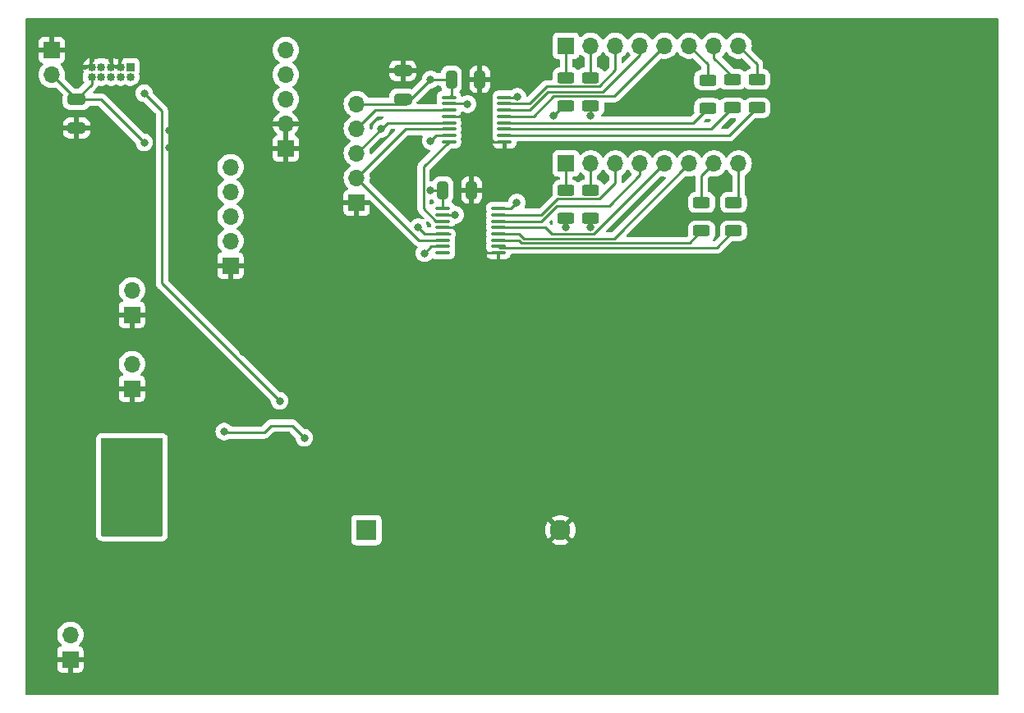
<source format=gbr>
%TF.GenerationSoftware,KiCad,Pcbnew,7.0.8-7.0.8~ubuntu20.04.1*%
%TF.CreationDate,2023-10-10T13:21:00+02:00*%
%TF.ProjectId,alarmclock,616c6172-6d63-46c6-9f63-6b2e6b696361,rev?*%
%TF.SameCoordinates,Original*%
%TF.FileFunction,Copper,L2,Bot*%
%TF.FilePolarity,Positive*%
%FSLAX46Y46*%
G04 Gerber Fmt 4.6, Leading zero omitted, Abs format (unit mm)*
G04 Created by KiCad (PCBNEW 7.0.8-7.0.8~ubuntu20.04.1) date 2023-10-10 13:21:00*
%MOMM*%
%LPD*%
G01*
G04 APERTURE LIST*
G04 Aperture macros list*
%AMRoundRect*
0 Rectangle with rounded corners*
0 $1 Rounding radius*
0 $2 $3 $4 $5 $6 $7 $8 $9 X,Y pos of 4 corners*
0 Add a 4 corners polygon primitive as box body*
4,1,4,$2,$3,$4,$5,$6,$7,$8,$9,$2,$3,0*
0 Add four circle primitives for the rounded corners*
1,1,$1+$1,$2,$3*
1,1,$1+$1,$4,$5*
1,1,$1+$1,$6,$7*
1,1,$1+$1,$8,$9*
0 Add four rect primitives between the rounded corners*
20,1,$1+$1,$2,$3,$4,$5,0*
20,1,$1+$1,$4,$5,$6,$7,0*
20,1,$1+$1,$6,$7,$8,$9,0*
20,1,$1+$1,$8,$9,$2,$3,0*%
G04 Aperture macros list end*
%TA.AperFunction,ComponentPad*%
%ADD10C,2.100000*%
%TD*%
%TA.AperFunction,ComponentPad*%
%ADD11R,2.100000X2.100000*%
%TD*%
%TA.AperFunction,ComponentPad*%
%ADD12R,1.700000X1.700000*%
%TD*%
%TA.AperFunction,ComponentPad*%
%ADD13O,1.700000X1.700000*%
%TD*%
%TA.AperFunction,ComponentPad*%
%ADD14R,0.850000X0.850000*%
%TD*%
%TA.AperFunction,ComponentPad*%
%ADD15O,0.850000X0.850000*%
%TD*%
%TA.AperFunction,SMDPad,CuDef*%
%ADD16RoundRect,0.250000X-0.625000X0.312500X-0.625000X-0.312500X0.625000X-0.312500X0.625000X0.312500X0*%
%TD*%
%TA.AperFunction,SMDPad,CuDef*%
%ADD17RoundRect,0.250000X-0.325000X-0.650000X0.325000X-0.650000X0.325000X0.650000X-0.325000X0.650000X0*%
%TD*%
%TA.AperFunction,SMDPad,CuDef*%
%ADD18RoundRect,0.100000X0.637500X0.100000X-0.637500X0.100000X-0.637500X-0.100000X0.637500X-0.100000X0*%
%TD*%
%TA.AperFunction,SMDPad,CuDef*%
%ADD19RoundRect,0.250000X0.650000X-0.325000X0.650000X0.325000X-0.650000X0.325000X-0.650000X-0.325000X0*%
%TD*%
%TA.AperFunction,SMDPad,CuDef*%
%ADD20RoundRect,0.250000X-0.650000X0.325000X-0.650000X-0.325000X0.650000X-0.325000X0.650000X0.325000X0*%
%TD*%
%TA.AperFunction,ViaPad*%
%ADD21C,0.800000*%
%TD*%
%TA.AperFunction,Conductor*%
%ADD22C,0.250000*%
%TD*%
G04 APERTURE END LIST*
D10*
%TO.P,BT1,2,-*%
%TO.N,GND*%
X112755914Y-132715000D03*
D11*
%TO.P,BT1,1,+*%
%TO.N,Net-(BT1-+)*%
X92755914Y-132715000D03*
%TD*%
D12*
%TO.P,J4,1,Pin_1*%
%TO.N,Net-(J4-Pin_1)*%
X113350000Y-94880000D03*
D13*
%TO.P,J4,2,Pin_2*%
%TO.N,Net-(J4-Pin_2)*%
X115890000Y-94880000D03*
%TO.P,J4,3,Pin_3*%
%TO.N,Net-(J4-Pin_3)*%
X118430000Y-94880000D03*
%TO.P,J4,4,Pin_4*%
%TO.N,Net-(J4-Pin_4)*%
X120970000Y-94880000D03*
%TO.P,J4,5,Pin_5*%
%TO.N,Net-(J4-Pin_5)*%
X123510000Y-94880000D03*
%TO.P,J4,6,Pin_6*%
%TO.N,Net-(J4-Pin_6)*%
X126050000Y-94880000D03*
%TO.P,J4,7,Pin_7*%
%TO.N,Net-(J4-Pin_7)*%
X128590000Y-94880000D03*
%TO.P,J4,8,Pin_8*%
%TO.N,Net-(J4-Pin_8)*%
X131130000Y-94880000D03*
%TD*%
D12*
%TO.P,BZ1,1,-*%
%TO.N,GND*%
X68580000Y-110490000D03*
D13*
%TO.P,BZ1,2,+*%
%TO.N,Alarm*%
X68580000Y-107950000D03*
%TD*%
D12*
%TO.P,J7,1,Pin_1*%
%TO.N,GND*%
X78740000Y-105410000D03*
D13*
%TO.P,J7,2,Pin_2*%
%TO.N,SRCLK*%
X78740000Y-102870000D03*
%TO.P,J7,3,Pin_3*%
%TO.N,RCLK*%
X78740000Y-100330000D03*
%TO.P,J7,4,Pin_4*%
%TO.N,SHIFT_IN*%
X78740000Y-97790000D03*
%TO.P,J7,5,Pin_5*%
%TO.N,+5V*%
X78740000Y-95250000D03*
%TD*%
D14*
%TO.P,J2,1,Pin_1*%
%TO.N,+3V3*%
X68430000Y-84935000D03*
D15*
%TO.P,J2,2,Pin_2*%
%TO.N,SWDIO*%
X68430000Y-85935000D03*
%TO.P,J2,3,Pin_3*%
%TO.N,GND*%
X67430000Y-84935000D03*
%TO.P,J2,4,Pin_4*%
%TO.N,SWCLK*%
X67430000Y-85935000D03*
%TO.P,J2,5,Pin_5*%
%TO.N,GND*%
X66430000Y-84935000D03*
%TO.P,J2,6,Pin_6*%
%TO.N,unconnected-(J2-Pin_6-Pad6)*%
X66430000Y-85935000D03*
%TO.P,J2,7,Pin_7*%
%TO.N,unconnected-(J2-Pin_7-Pad7)*%
X65430000Y-84935000D03*
%TO.P,J2,8,Pin_8*%
%TO.N,unconnected-(J2-Pin_8-Pad8)*%
X65430000Y-85935000D03*
%TO.P,J2,9,Pin_9*%
%TO.N,GND*%
X64430000Y-84935000D03*
%TO.P,J2,10,Pin_10*%
%TO.N,NRST*%
X64430000Y-85935000D03*
%TD*%
D12*
%TO.P,J8,1,Pin_1*%
%TO.N,GND*%
X84455000Y-93345000D03*
D13*
%TO.P,J8,2,Pin_2*%
X84455000Y-90805000D03*
%TO.P,J8,3,Pin_3*%
%TO.N,Rotary_B*%
X84455000Y-88265000D03*
%TO.P,J8,4,Pin_4*%
%TO.N,Switch_Encoder*%
X84455000Y-85725000D03*
%TO.P,J8,5,Pin_5*%
%TO.N,Rotary_A*%
X84455000Y-83185000D03*
%TD*%
D12*
%TO.P,J3,1,Pin_1*%
%TO.N,Net-(J3-Pin_1)*%
X113350000Y-82730000D03*
D13*
%TO.P,J3,2,Pin_2*%
%TO.N,Net-(J3-Pin_2)*%
X115890000Y-82730000D03*
%TO.P,J3,3,Pin_3*%
%TO.N,Net-(J3-Pin_3)*%
X118430000Y-82730000D03*
%TO.P,J3,4,Pin_4*%
%TO.N,Net-(J3-Pin_4)*%
X120970000Y-82730000D03*
%TO.P,J3,5,Pin_5*%
%TO.N,Net-(J3-Pin_5)*%
X123510000Y-82730000D03*
%TO.P,J3,6,Pin_6*%
%TO.N,Net-(J3-Pin_6)*%
X126050000Y-82730000D03*
%TO.P,J3,7,Pin_7*%
%TO.N,Net-(J3-Pin_7)*%
X128590000Y-82730000D03*
%TO.P,J3,8,Pin_8*%
%TO.N,Net-(J3-Pin_8)*%
X131130000Y-82730000D03*
%TD*%
D12*
%TO.P,J1,1,Pin_1*%
%TO.N,GND*%
X62230000Y-146050000D03*
D13*
%TO.P,J1,2,Pin_2*%
%TO.N,Net-(J1-Pin_2)*%
X62230000Y-143510000D03*
%TD*%
D12*
%TO.P,J5,1,Pin_1*%
%TO.N,GND*%
X68580000Y-118110000D03*
D13*
%TO.P,J5,2,Pin_2*%
%TO.N,Mute_button*%
X68580000Y-115570000D03*
%TD*%
D12*
%TO.P,SW2,1,1*%
%TO.N,GND*%
X60325000Y-83180000D03*
D13*
%TO.P,SW2,2,2*%
%TO.N,NRST*%
X60325000Y-85720000D03*
%TD*%
D16*
%TO.P,R10,1*%
%TO.N,Net-(J3-Pin_7)*%
X130485000Y-86210000D03*
%TO.P,R10,2*%
%TO.N,Net-(U2-QG)*%
X130485000Y-89135000D03*
%TD*%
D17*
%TO.P,C3,1*%
%TO.N,+5V*%
X101510000Y-86210000D03*
%TO.P,C3,2*%
%TO.N,GND*%
X104460000Y-86210000D03*
%TD*%
D18*
%TO.P,U2,1,QB*%
%TO.N,Net-(U2-QB)*%
X107000000Y-88070000D03*
%TO.P,U2,2,QC*%
%TO.N,Net-(J3-Pin_3)*%
X107000000Y-88720000D03*
%TO.P,U2,3,QD*%
%TO.N,Net-(J3-Pin_4)*%
X107000000Y-89370000D03*
%TO.P,U2,4,QE*%
%TO.N,Net-(J3-Pin_5)*%
X107000000Y-90020000D03*
%TO.P,U2,5,QF*%
%TO.N,Net-(U2-QF)*%
X107000000Y-90670000D03*
%TO.P,U2,6,QG*%
%TO.N,Net-(U2-QG)*%
X107000000Y-91320000D03*
%TO.P,U2,7,QH*%
%TO.N,Net-(U2-QH)*%
X107000000Y-91970000D03*
%TO.P,U2,8,GND*%
%TO.N,GND*%
X107000000Y-92620000D03*
%TO.P,U2,9,QH'*%
%TO.N,SR_OVERFLOW*%
X101275000Y-92620000D03*
%TO.P,U2,10,~{SRCLR}*%
%TO.N,+5V*%
X101275000Y-91970000D03*
%TO.P,U2,11,SRCLK*%
%TO.N,SRCLK_DIS*%
X101275000Y-91320000D03*
%TO.P,U2,12,RCLK*%
%TO.N,RCLK_DIS*%
X101275000Y-90670000D03*
%TO.P,U2,13,~{OE}*%
%TO.N,GND*%
X101275000Y-90020000D03*
%TO.P,U2,14,SER*%
%TO.N,SHIFT_IN_DIS*%
X101275000Y-89370000D03*
%TO.P,U2,15,QA*%
%TO.N,Net-(U2-QA)*%
X101275000Y-88720000D03*
%TO.P,U2,16,VCC*%
%TO.N,+5V*%
X101275000Y-88070000D03*
%TD*%
D16*
%TO.P,R4,1*%
%TO.N,Net-(J3-Pin_2)*%
X115890000Y-86017500D03*
%TO.P,R4,2*%
%TO.N,Net-(U2-QB)*%
X115890000Y-88942500D03*
%TD*%
%TO.P,R18,1*%
%TO.N,Net-(J4-Pin_8)*%
X130610000Y-98910000D03*
%TO.P,R18,2*%
%TO.N,Net-(U3-QH)*%
X130610000Y-101835000D03*
%TD*%
%TO.P,R12,1*%
%TO.N,Net-(J4-Pin_2)*%
X115890000Y-97640000D03*
%TO.P,R12,2*%
%TO.N,Net-(U3-QB)*%
X115890000Y-100565000D03*
%TD*%
D19*
%TO.P,C1,1*%
%TO.N,+5V*%
X96520000Y-88265000D03*
%TO.P,C1,2*%
%TO.N,GND*%
X96520000Y-85315000D03*
%TD*%
D16*
%TO.P,R17,1*%
%TO.N,Net-(J4-Pin_7)*%
X127320000Y-98910000D03*
%TO.P,R17,2*%
%TO.N,Net-(U3-QG)*%
X127320000Y-101835000D03*
%TD*%
D18*
%TO.P,U3,1,QB*%
%TO.N,Net-(U3-QB)*%
X106375000Y-99530000D03*
%TO.P,U3,2,QC*%
%TO.N,Net-(J4-Pin_3)*%
X106375000Y-100180000D03*
%TO.P,U3,3,QD*%
%TO.N,Net-(J4-Pin_4)*%
X106375000Y-100830000D03*
%TO.P,U3,4,QE*%
%TO.N,Net-(J4-Pin_5)*%
X106375000Y-101480000D03*
%TO.P,U3,5,QF*%
%TO.N,Net-(J4-Pin_6)*%
X106375000Y-102130000D03*
%TO.P,U3,6,QG*%
%TO.N,Net-(U3-QG)*%
X106375000Y-102780000D03*
%TO.P,U3,7,QH*%
%TO.N,Net-(U3-QH)*%
X106375000Y-103430000D03*
%TO.P,U3,8,GND*%
%TO.N,GND*%
X106375000Y-104080000D03*
%TO.P,U3,9,QH'*%
%TO.N,unconnected-(U3-QH'-Pad9)*%
X100650000Y-104080000D03*
%TO.P,U3,10,~{SRCLR}*%
%TO.N,+5V*%
X100650000Y-103430000D03*
%TO.P,U3,11,SRCLK*%
%TO.N,SRCLK_DIS*%
X100650000Y-102780000D03*
%TO.P,U3,12,RCLK*%
%TO.N,RCLK_DIS*%
X100650000Y-102130000D03*
%TO.P,U3,13,~{OE}*%
%TO.N,GND*%
X100650000Y-101480000D03*
%TO.P,U3,14,SER*%
%TO.N,SR_OVERFLOW*%
X100650000Y-100830000D03*
%TO.P,U3,15,QA*%
%TO.N,Net-(U3-QA)*%
X100650000Y-100180000D03*
%TO.P,U3,16,VCC*%
%TO.N,+5V*%
X100650000Y-99530000D03*
%TD*%
D16*
%TO.P,R9,1*%
%TO.N,Net-(J4-Pin_1)*%
X113350000Y-97640000D03*
%TO.P,R9,2*%
%TO.N,Net-(U3-QA)*%
X113350000Y-100565000D03*
%TD*%
%TO.P,R8,1*%
%TO.N,Net-(J3-Pin_6)*%
X127945000Y-86270000D03*
%TO.P,R8,2*%
%TO.N,Net-(U2-QF)*%
X127945000Y-89195000D03*
%TD*%
D12*
%TO.P,J6,1,Pin_1*%
%TO.N,GND*%
X91760000Y-98910000D03*
D13*
%TO.P,J6,2,Pin_2*%
%TO.N,SRCLK_DIS*%
X91760000Y-96370000D03*
%TO.P,J6,3,Pin_3*%
%TO.N,RCLK_DIS*%
X91760000Y-93830000D03*
%TO.P,J6,4,Pin_4*%
%TO.N,SHIFT_IN_DIS*%
X91760000Y-91290000D03*
%TO.P,J6,5,Pin_5*%
%TO.N,+5V*%
X91760000Y-88750000D03*
%TD*%
D17*
%TO.P,C2,1*%
%TO.N,+5V*%
X100650000Y-97640000D03*
%TO.P,C2,2*%
%TO.N,GND*%
X103600000Y-97640000D03*
%TD*%
D20*
%TO.P,C9,1*%
%TO.N,NRST*%
X62865000Y-88265000D03*
%TO.P,C9,2*%
%TO.N,GND*%
X62865000Y-91215000D03*
%TD*%
D16*
%TO.P,R3,1*%
%TO.N,Net-(J3-Pin_1)*%
X113350000Y-86017500D03*
%TO.P,R3,2*%
%TO.N,Net-(U2-QA)*%
X113350000Y-88942500D03*
%TD*%
%TO.P,R11,1*%
%TO.N,Net-(J3-Pin_8)*%
X133025000Y-86210000D03*
%TO.P,R11,2*%
%TO.N,Net-(U2-QH)*%
X133025000Y-89135000D03*
%TD*%
D21*
%TO.N,GND*%
X71120000Y-81915000D03*
X80010000Y-114300000D03*
X72390000Y-91440000D03*
X72390000Y-93218000D03*
X76200000Y-127000000D03*
X77470000Y-91440000D03*
X65024000Y-135636000D03*
X66675000Y-87630000D03*
X68580000Y-92964000D03*
X71628000Y-87884000D03*
X65786000Y-94234000D03*
X76200000Y-127000000D03*
X80010000Y-86995000D03*
X80010000Y-84455000D03*
X76200000Y-127000000D03*
X75565000Y-120650000D03*
%TO.N,+5V*%
X98745000Y-104140000D03*
X99380000Y-97640000D03*
X99380000Y-92560000D03*
X99380000Y-86210000D03*
%TO.N,+BATT*%
X78105000Y-122555000D03*
X86360000Y-123190000D03*
%TO.N,NRST*%
X69850000Y-92710000D03*
%TO.N,+3.3V*%
X66675000Y-130810000D03*
X67945000Y-132080000D03*
X70485000Y-126365000D03*
X69215000Y-130810000D03*
X66675000Y-125095000D03*
X69215000Y-125095000D03*
X70485000Y-132080000D03*
X67945000Y-125095000D03*
X69215000Y-126365000D03*
X66675000Y-132080000D03*
X67945000Y-126365000D03*
X67945000Y-130810000D03*
X70485000Y-125095000D03*
X69215000Y-132080000D03*
X70485000Y-130810000D03*
X66675000Y-126365000D03*
%TO.N,Vbat_enable*%
X83820000Y-119380000D03*
X69850000Y-87630000D03*
%TO.N,Net-(U2-QA)*%
X112080000Y-89945500D03*
X103190000Y-88750000D03*
%TO.N,Net-(U2-QB)*%
X108337000Y-87995500D03*
X115890000Y-89945500D03*
%TO.N,Net-(U3-QA)*%
X101920000Y-100180000D03*
X113350000Y-101450000D03*
%TO.N,Net-(U3-QB)*%
X115890000Y-101450000D03*
X108270000Y-98910000D03*
%TO.N,RCLK_DIS*%
X98110000Y-101450000D03*
X94300000Y-91290000D03*
%TD*%
D22*
%TO.N,GND*%
X104334000Y-104080000D02*
X106375000Y-104080000D01*
X101734000Y-101480000D02*
X104334000Y-104080000D01*
X107000000Y-92620000D02*
X105320000Y-92620000D01*
X105320000Y-92620000D02*
X102720000Y-90020000D01*
X100650000Y-101480000D02*
X101734000Y-101480000D01*
X102720000Y-90020000D02*
X101275000Y-90020000D01*
%TO.N,+5V*%
X101510000Y-86210000D02*
X101510000Y-87835000D01*
X100650000Y-103430000D02*
X99455000Y-103430000D01*
X99380000Y-86210000D02*
X101510000Y-86210000D01*
X96840000Y-88750000D02*
X91760000Y-88750000D01*
X99380000Y-97640000D02*
X100650000Y-97640000D01*
X101275000Y-91970000D02*
X99970000Y-91970000D01*
X99970000Y-91970000D02*
X99380000Y-92560000D01*
X101510000Y-87835000D02*
X101275000Y-88070000D01*
X100650000Y-99530000D02*
X100650000Y-97640000D01*
X99380000Y-86210000D02*
X96840000Y-88750000D01*
X99455000Y-103430000D02*
X98745000Y-104140000D01*
%TO.N,+BATT*%
X78195000Y-122645000D02*
X78105000Y-122555000D01*
X85090000Y-121920000D02*
X82940305Y-121920000D01*
X82940305Y-121920000D02*
X82215305Y-122645000D01*
X82215305Y-122645000D02*
X78195000Y-122645000D01*
X86360000Y-123190000D02*
X85090000Y-121920000D01*
%TO.N,NRST*%
X62865000Y-88265000D02*
X64430000Y-86700000D01*
X62865000Y-88265000D02*
X62865000Y-88260000D01*
X65405000Y-88265000D02*
X62865000Y-88265000D01*
X64430000Y-86700000D02*
X64430000Y-85935000D01*
X62865000Y-88260000D02*
X60325000Y-85720000D01*
X69850000Y-92710000D02*
X65405000Y-88265000D01*
%TO.N,Net-(J3-Pin_1)*%
X113350000Y-82730000D02*
X113350000Y-86017500D01*
%TO.N,Net-(J3-Pin_2)*%
X115890000Y-82730000D02*
X115890000Y-86017500D01*
%TO.N,Net-(J3-Pin_3)*%
X111385000Y-86905000D02*
X116753173Y-86905000D01*
X116753173Y-86905000D02*
X118430000Y-85228173D01*
X109570000Y-88720000D02*
X111385000Y-86905000D01*
X107000000Y-88720000D02*
X109570000Y-88720000D01*
X118430000Y-85228173D02*
X118430000Y-82730000D01*
%TO.N,Net-(J3-Pin_4)*%
X120970000Y-83670000D02*
X120970000Y-82730000D01*
X109556396Y-89370000D02*
X111446396Y-87480000D01*
X107000000Y-89370000D02*
X109556396Y-89370000D01*
X111446396Y-87480000D02*
X117160000Y-87480000D01*
X117160000Y-87480000D02*
X120970000Y-83670000D01*
%TO.N,Net-(J3-Pin_5)*%
X109990000Y-90020000D02*
X112080000Y-87930000D01*
X112080000Y-87930000D02*
X117980000Y-87930000D01*
X107000000Y-90020000D02*
X109540000Y-90020000D01*
X118310000Y-87930000D02*
X117980000Y-87930000D01*
X109540000Y-90020000D02*
X109990000Y-90020000D01*
X123510000Y-82730000D02*
X118310000Y-87930000D01*
%TO.N,Net-(J3-Pin_6)*%
X127945000Y-86270000D02*
X127945000Y-84625000D01*
X127945000Y-84625000D02*
X126050000Y-82730000D01*
%TO.N,Net-(J3-Pin_7)*%
X128590000Y-83990000D02*
X130485000Y-85885000D01*
X128590000Y-82730000D02*
X128590000Y-83990000D01*
%TO.N,Net-(J3-Pin_8)*%
X133025000Y-84625000D02*
X133025000Y-86210000D01*
X131130000Y-82730000D02*
X133025000Y-84625000D01*
%TO.N,Net-(J4-Pin_1)*%
X113350000Y-94880000D02*
X113350000Y-97640000D01*
%TO.N,Net-(J4-Pin_2)*%
X115890000Y-94880000D02*
X115890000Y-97640000D01*
%TO.N,Net-(J4-Pin_3)*%
X106375000Y-100180000D02*
X110810000Y-100180000D01*
X116753173Y-98527500D02*
X118430000Y-96850673D01*
X118430000Y-96850673D02*
X118430000Y-94880000D01*
X112462500Y-98527500D02*
X116753173Y-98527500D01*
X110810000Y-100180000D02*
X112462500Y-98527500D01*
%TO.N,Net-(J4-Pin_4)*%
X117823883Y-99228198D02*
X112398198Y-99228198D01*
X120970000Y-96082081D02*
X117823883Y-99228198D01*
X112398198Y-99228198D02*
X110796396Y-100830000D01*
X120970000Y-94880000D02*
X120970000Y-96082081D01*
X110796396Y-100830000D02*
X106375000Y-100830000D01*
%TO.N,Net-(J4-Pin_5)*%
X111182792Y-101480000D02*
X111877792Y-102175000D01*
X106375000Y-101480000D02*
X111182792Y-101480000D01*
X111877792Y-102175000D02*
X116215000Y-102175000D01*
X116215000Y-102175000D02*
X123510000Y-94880000D01*
%TO.N,Net-(J4-Pin_6)*%
X108965000Y-102625000D02*
X108470000Y-102130000D01*
X118305000Y-102625000D02*
X108965000Y-102625000D01*
X108470000Y-102130000D02*
X106375000Y-102130000D01*
X126050000Y-94880000D02*
X118305000Y-102625000D01*
%TO.N,Net-(J4-Pin_7)*%
X127320000Y-98910000D02*
X127320000Y-96150000D01*
X127320000Y-96150000D02*
X128590000Y-94880000D01*
%TO.N,Net-(J4-Pin_8)*%
X131130000Y-98390000D02*
X131130000Y-94880000D01*
X130610000Y-98910000D02*
X131130000Y-98390000D01*
%TO.N,Vbat_enable*%
X71665000Y-107225000D02*
X71665000Y-89445000D01*
X83820000Y-119380000D02*
X71665000Y-107225000D01*
X71665000Y-89445000D02*
X69850000Y-87630000D01*
%TO.N,Net-(U2-QA)*%
X113350000Y-88942500D02*
X113083000Y-88942500D01*
X113083000Y-88942500D02*
X112080000Y-89945500D01*
X103160000Y-88720000D02*
X103190000Y-88750000D01*
X101275000Y-88720000D02*
X103160000Y-88720000D01*
%TO.N,Net-(U2-QB)*%
X108262500Y-88070000D02*
X108337000Y-87995500D01*
X107000000Y-88070000D02*
X108262500Y-88070000D01*
X115890000Y-89945500D02*
X115890000Y-88942500D01*
%TO.N,Net-(U2-QF)*%
X126470000Y-90670000D02*
X107000000Y-90670000D01*
X127945000Y-89195000D02*
X126470000Y-90670000D01*
%TO.N,Net-(U3-QA)*%
X113350000Y-100565000D02*
X113350000Y-101450000D01*
X101920000Y-100180000D02*
X100650000Y-100180000D01*
%TO.N,Net-(U2-QG)*%
X128330000Y-91290000D02*
X107000000Y-91290000D01*
X130485000Y-89135000D02*
X128330000Y-91290000D01*
%TO.N,Net-(U2-QH)*%
X107000000Y-91970000D02*
X130190000Y-91970000D01*
X130190000Y-91970000D02*
X133025000Y-89135000D01*
%TO.N,Net-(U3-QB)*%
X115890000Y-100565000D02*
X115890000Y-101450000D01*
X106375000Y-99530000D02*
X107650000Y-99530000D01*
X107650000Y-99530000D02*
X108270000Y-98910000D01*
%TO.N,Net-(U3-QG)*%
X108483604Y-102780000D02*
X108778604Y-103075000D01*
X108778604Y-103075000D02*
X126080000Y-103075000D01*
X126080000Y-103075000D02*
X127320000Y-101835000D01*
X106375000Y-102780000D02*
X108483604Y-102780000D01*
%TO.N,Net-(U3-QH)*%
X128890000Y-103555000D02*
X106500000Y-103555000D01*
X106500000Y-103555000D02*
X106375000Y-103430000D01*
X130610000Y-101835000D02*
X128890000Y-103555000D01*
%TO.N,SR_OVERFLOW*%
X98655000Y-99523541D02*
X98655000Y-95240000D01*
X100650000Y-100830000D02*
X99961459Y-100830000D01*
X98655000Y-95240000D02*
X101275000Y-92620000D01*
X99961459Y-100830000D02*
X98655000Y-99523541D01*
%TO.N,SRCLK_DIS*%
X98170000Y-102780000D02*
X91760000Y-96370000D01*
X100650000Y-102780000D02*
X98170000Y-102780000D01*
X96810000Y-91320000D02*
X101275000Y-91320000D01*
X91760000Y-96370000D02*
X96810000Y-91320000D01*
%TO.N,RCLK_DIS*%
X91760000Y-93830000D02*
X94920000Y-90670000D01*
X98110000Y-101450000D02*
X98790000Y-102130000D01*
X98790000Y-102130000D02*
X100650000Y-102130000D01*
X94920000Y-90670000D02*
X101275000Y-90670000D01*
X100650000Y-102130000D02*
X101338541Y-102130000D01*
%TO.N,SHIFT_IN_DIS*%
X93680000Y-89370000D02*
X91760000Y-91290000D01*
X101275000Y-89370000D02*
X93680000Y-89370000D01*
%TD*%
%TA.AperFunction,Conductor*%
%TO.N,+3.3V*%
G36*
X71698039Y-123209685D02*
G01*
X71743794Y-123262489D01*
X71755000Y-123314000D01*
X71755000Y-133226000D01*
X71735315Y-133293039D01*
X71682511Y-133338794D01*
X71631000Y-133350000D01*
X65529000Y-133350000D01*
X65461961Y-133330315D01*
X65416206Y-133277511D01*
X65405000Y-133226000D01*
X65405000Y-123314000D01*
X65424685Y-123246961D01*
X65477489Y-123201206D01*
X65529000Y-123190000D01*
X71631000Y-123190000D01*
X71698039Y-123209685D01*
G37*
%TD.AperFunction*%
%TD*%
%TA.AperFunction,Conductor*%
%TO.N,GND*%
G36*
X84705000Y-92909498D02*
G01*
X84597315Y-92860320D01*
X84490763Y-92845000D01*
X84419237Y-92845000D01*
X84312685Y-92860320D01*
X84205000Y-92909498D01*
X84205000Y-91240501D01*
X84312685Y-91289680D01*
X84419237Y-91305000D01*
X84490763Y-91305000D01*
X84597315Y-91289680D01*
X84705000Y-91240501D01*
X84705000Y-92909498D01*
G37*
%TD.AperFunction*%
%TA.AperFunction,Conductor*%
G36*
X157892539Y-79880185D02*
G01*
X157938294Y-79932989D01*
X157949500Y-79984500D01*
X157949500Y-149585500D01*
X157929815Y-149652539D01*
X157877011Y-149698294D01*
X157825500Y-149709500D01*
X57744500Y-149709500D01*
X57677461Y-149689815D01*
X57631706Y-149637011D01*
X57620500Y-149585500D01*
X57620500Y-143510005D01*
X60866844Y-143510005D01*
X60885434Y-143734359D01*
X60885436Y-143734371D01*
X60940703Y-143952614D01*
X61031140Y-144158792D01*
X61154276Y-144347265D01*
X61154278Y-144347268D01*
X61305707Y-144511762D01*
X61336629Y-144574415D01*
X61328769Y-144643841D01*
X61284622Y-144697997D01*
X61257811Y-144711926D01*
X61137912Y-144756646D01*
X61137906Y-144756649D01*
X61022812Y-144842809D01*
X61022809Y-144842812D01*
X60936649Y-144957906D01*
X60936645Y-144957913D01*
X60886403Y-145092620D01*
X60886401Y-145092627D01*
X60880000Y-145152155D01*
X60880000Y-145800000D01*
X61796314Y-145800000D01*
X61770507Y-145840156D01*
X61730000Y-145978111D01*
X61730000Y-146121889D01*
X61770507Y-146259844D01*
X61796314Y-146300000D01*
X60880000Y-146300000D01*
X60880000Y-146947844D01*
X60886401Y-147007372D01*
X60886403Y-147007379D01*
X60936645Y-147142086D01*
X60936649Y-147142093D01*
X61022809Y-147257187D01*
X61022812Y-147257190D01*
X61137906Y-147343350D01*
X61137913Y-147343354D01*
X61272620Y-147393596D01*
X61272627Y-147393598D01*
X61332155Y-147399999D01*
X61332172Y-147400000D01*
X61980000Y-147400000D01*
X61980000Y-146485501D01*
X62087685Y-146534680D01*
X62194237Y-146550000D01*
X62265763Y-146550000D01*
X62372315Y-146534680D01*
X62480000Y-146485501D01*
X62480000Y-147400000D01*
X63127828Y-147400000D01*
X63127844Y-147399999D01*
X63187372Y-147393598D01*
X63187379Y-147393596D01*
X63322086Y-147343354D01*
X63322093Y-147343350D01*
X63437187Y-147257190D01*
X63437190Y-147257187D01*
X63523350Y-147142093D01*
X63523354Y-147142086D01*
X63573596Y-147007379D01*
X63573598Y-147007372D01*
X63579999Y-146947844D01*
X63580000Y-146947827D01*
X63580000Y-146300000D01*
X62663686Y-146300000D01*
X62689493Y-146259844D01*
X62730000Y-146121889D01*
X62730000Y-145978111D01*
X62689493Y-145840156D01*
X62663686Y-145800000D01*
X63580000Y-145800000D01*
X63580000Y-145152172D01*
X63579999Y-145152155D01*
X63573598Y-145092627D01*
X63573596Y-145092620D01*
X63523354Y-144957913D01*
X63523350Y-144957906D01*
X63437190Y-144842812D01*
X63437187Y-144842809D01*
X63322093Y-144756649D01*
X63322088Y-144756646D01*
X63202188Y-144711926D01*
X63146255Y-144670054D01*
X63121838Y-144604590D01*
X63136690Y-144536317D01*
X63154286Y-144511769D01*
X63305722Y-144347268D01*
X63428860Y-144158791D01*
X63519296Y-143952616D01*
X63574564Y-143734368D01*
X63593156Y-143510000D01*
X63574564Y-143285632D01*
X63519296Y-143067384D01*
X63428860Y-142861209D01*
X63305722Y-142672732D01*
X63305719Y-142672729D01*
X63305715Y-142672723D01*
X63153243Y-142507097D01*
X63153238Y-142507092D01*
X62975577Y-142368812D01*
X62975572Y-142368808D01*
X62777580Y-142261661D01*
X62777577Y-142261659D01*
X62777574Y-142261658D01*
X62777571Y-142261657D01*
X62777569Y-142261656D01*
X62564637Y-142188556D01*
X62342569Y-142151500D01*
X62117431Y-142151500D01*
X61895362Y-142188556D01*
X61682430Y-142261656D01*
X61682419Y-142261661D01*
X61484427Y-142368808D01*
X61484422Y-142368812D01*
X61306761Y-142507092D01*
X61306756Y-142507097D01*
X61154284Y-142672723D01*
X61154276Y-142672734D01*
X61031140Y-142861207D01*
X60940703Y-143067385D01*
X60885436Y-143285628D01*
X60885434Y-143285640D01*
X60866844Y-143509994D01*
X60866844Y-143510005D01*
X57620500Y-143510005D01*
X57620500Y-133226000D01*
X64891500Y-133226000D01*
X64891501Y-133226009D01*
X64903235Y-133335151D01*
X64903237Y-133335163D01*
X64914443Y-133386673D01*
X64949106Y-133490820D01*
X64949109Y-133490826D01*
X65028128Y-133613781D01*
X65028134Y-133613788D01*
X65073879Y-133666581D01*
X65073882Y-133666584D01*
X65073884Y-133666586D01*
X65090657Y-133681120D01*
X65184335Y-133762294D01*
X65184337Y-133762295D01*
X65184339Y-133762297D01*
X65317287Y-133823014D01*
X65360059Y-133835573D01*
X65384321Y-133842698D01*
X65384326Y-133842699D01*
X65384330Y-133842700D01*
X65529000Y-133863500D01*
X65529003Y-133863500D01*
X71630990Y-133863500D01*
X71631000Y-133863500D01*
X71740157Y-133851764D01*
X71791668Y-133840558D01*
X71826440Y-133828984D01*
X71872501Y-133813654D01*
X91197414Y-133813654D01*
X91203925Y-133874202D01*
X91203925Y-133874204D01*
X91255025Y-134011204D01*
X91342653Y-134128261D01*
X91459710Y-134215889D01*
X91596713Y-134266989D01*
X91622786Y-134269792D01*
X91657259Y-134273499D01*
X91657276Y-134273500D01*
X93854552Y-134273500D01*
X93854568Y-134273499D01*
X93881606Y-134270591D01*
X93915115Y-134266989D01*
X94052118Y-134215889D01*
X94169175Y-134128261D01*
X94256803Y-134011204D01*
X94307903Y-133874201D01*
X94313406Y-133823014D01*
X94314413Y-133813654D01*
X94314414Y-133813637D01*
X94314414Y-132715000D01*
X111201121Y-132715000D01*
X111220262Y-132958219D01*
X111277217Y-133195457D01*
X111370582Y-133420861D01*
X111494418Y-133622942D01*
X112153366Y-132963993D01*
X112163102Y-132993956D01*
X112251100Y-133132619D01*
X112370817Y-133245040D01*
X112505424Y-133319041D01*
X111847970Y-133976494D01*
X112050052Y-134100331D01*
X112275456Y-134193696D01*
X112512694Y-134250651D01*
X112512693Y-134250651D01*
X112755914Y-134269792D01*
X112999133Y-134250651D01*
X113236371Y-134193696D01*
X113461775Y-134100331D01*
X113663856Y-133976494D01*
X113003448Y-133316086D01*
X113071543Y-133289126D01*
X113204406Y-133192595D01*
X113309089Y-133066055D01*
X113357545Y-132963079D01*
X114017408Y-133622942D01*
X114141245Y-133420861D01*
X114234610Y-133195457D01*
X114291565Y-132958219D01*
X114310706Y-132715000D01*
X114291565Y-132471780D01*
X114234610Y-132234542D01*
X114141245Y-132009138D01*
X114017408Y-131807056D01*
X113358460Y-132466004D01*
X113348726Y-132436044D01*
X113260728Y-132297381D01*
X113141011Y-132184960D01*
X113006403Y-132110958D01*
X113663856Y-131453504D01*
X113461775Y-131329668D01*
X113236371Y-131236303D01*
X112999133Y-131179348D01*
X112999134Y-131179348D01*
X112755914Y-131160207D01*
X112512694Y-131179348D01*
X112275456Y-131236303D01*
X112050060Y-131329665D01*
X112050055Y-131329668D01*
X111847970Y-131453504D01*
X112508379Y-132113913D01*
X112440285Y-132140874D01*
X112307422Y-132237405D01*
X112202739Y-132363945D01*
X112154282Y-132466920D01*
X111494418Y-131807056D01*
X111370582Y-132009141D01*
X111370579Y-132009146D01*
X111277217Y-132234542D01*
X111220262Y-132471780D01*
X111201121Y-132715000D01*
X94314414Y-132715000D01*
X94314414Y-131616362D01*
X94314413Y-131616345D01*
X94311071Y-131585270D01*
X94307903Y-131555799D01*
X94256803Y-131418796D01*
X94169175Y-131301739D01*
X94052118Y-131214111D01*
X93915117Y-131163011D01*
X93854568Y-131156500D01*
X93854552Y-131156500D01*
X91657276Y-131156500D01*
X91657259Y-131156500D01*
X91596711Y-131163011D01*
X91596709Y-131163011D01*
X91459709Y-131214111D01*
X91342653Y-131301739D01*
X91255025Y-131418795D01*
X91203925Y-131555795D01*
X91203925Y-131555797D01*
X91197414Y-131616345D01*
X91197414Y-133813654D01*
X71872501Y-133813654D01*
X71895820Y-133805893D01*
X71895824Y-133805890D01*
X71895827Y-133805890D01*
X72018782Y-133726871D01*
X72071586Y-133681116D01*
X72167297Y-133570661D01*
X72228014Y-133437713D01*
X72247699Y-133370674D01*
X72247700Y-133370670D01*
X72268500Y-133226000D01*
X72268500Y-123314000D01*
X72256764Y-123204843D01*
X72245558Y-123153332D01*
X72240882Y-123139282D01*
X72210893Y-123049179D01*
X72210890Y-123049173D01*
X72131871Y-122926218D01*
X72131865Y-122926211D01*
X72086120Y-122873418D01*
X72086117Y-122873415D01*
X71975664Y-122777705D01*
X71975658Y-122777701D01*
X71842716Y-122716987D01*
X71775679Y-122697302D01*
X71775673Y-122697300D01*
X71688868Y-122684820D01*
X71631000Y-122676500D01*
X65529000Y-122676500D01*
X65528991Y-122676500D01*
X65528990Y-122676501D01*
X65419848Y-122688235D01*
X65419836Y-122688237D01*
X65368326Y-122699443D01*
X65264179Y-122734106D01*
X65264173Y-122734109D01*
X65141218Y-122813128D01*
X65141211Y-122813134D01*
X65088418Y-122858879D01*
X65088415Y-122858882D01*
X64992705Y-122969335D01*
X64992701Y-122969341D01*
X64931987Y-123102283D01*
X64912302Y-123169321D01*
X64912300Y-123169326D01*
X64898764Y-123263474D01*
X64891500Y-123314000D01*
X64891500Y-133226000D01*
X57620500Y-133226000D01*
X57620500Y-122555000D01*
X77191496Y-122555000D01*
X77211458Y-122744928D01*
X77211459Y-122744931D01*
X77270470Y-122926549D01*
X77270473Y-122926556D01*
X77365960Y-123091944D01*
X77454250Y-123190000D01*
X77491182Y-123231018D01*
X77493747Y-123233866D01*
X77648248Y-123346118D01*
X77822712Y-123423794D01*
X78009513Y-123463500D01*
X78200487Y-123463500D01*
X78387288Y-123423794D01*
X78561752Y-123346118D01*
X78622225Y-123302181D01*
X78688031Y-123278702D01*
X78695110Y-123278500D01*
X82131671Y-123278500D01*
X82147418Y-123280238D01*
X82147444Y-123279968D01*
X82155210Y-123280701D01*
X82155214Y-123280702D01*
X82225263Y-123278500D01*
X82255161Y-123278500D01*
X82255162Y-123278500D01*
X82256527Y-123278327D01*
X82262167Y-123277614D01*
X82267990Y-123277156D01*
X82294013Y-123276338D01*
X82315195Y-123275673D01*
X82324986Y-123272827D01*
X82334786Y-123269980D01*
X82353843Y-123266032D01*
X82374102Y-123263474D01*
X82418026Y-123246082D01*
X82423526Y-123244199D01*
X82468898Y-123231018D01*
X82486470Y-123220625D01*
X82503937Y-123212068D01*
X82522922Y-123204552D01*
X82561131Y-123176790D01*
X82566009Y-123173585D01*
X82606667Y-123149542D01*
X82621107Y-123135100D01*
X82635897Y-123122470D01*
X82652412Y-123110472D01*
X82682519Y-123074078D01*
X82686441Y-123069766D01*
X83166391Y-122589819D01*
X83227714Y-122556334D01*
X83254072Y-122553500D01*
X84776234Y-122553500D01*
X84843273Y-122573185D01*
X84863915Y-122589819D01*
X85413378Y-123139282D01*
X85446863Y-123200605D01*
X85449018Y-123214001D01*
X85454218Y-123263473D01*
X85466458Y-123379928D01*
X85466459Y-123379931D01*
X85525470Y-123561549D01*
X85525473Y-123561556D01*
X85620960Y-123726944D01*
X85748747Y-123868866D01*
X85903248Y-123981118D01*
X86077712Y-124058794D01*
X86264513Y-124098500D01*
X86455487Y-124098500D01*
X86642288Y-124058794D01*
X86816752Y-123981118D01*
X86971253Y-123868866D01*
X87099040Y-123726944D01*
X87194527Y-123561556D01*
X87253542Y-123379928D01*
X87273504Y-123190000D01*
X87253542Y-123000072D01*
X87194527Y-122818444D01*
X87099040Y-122653056D01*
X86971253Y-122511134D01*
X86816752Y-122398882D01*
X86642288Y-122321206D01*
X86642286Y-122321205D01*
X86455487Y-122281500D01*
X86398767Y-122281500D01*
X86331728Y-122261815D01*
X86311086Y-122245181D01*
X85597088Y-121531183D01*
X85587187Y-121518823D01*
X85586977Y-121518998D01*
X85582002Y-121512986D01*
X85582000Y-121512982D01*
X85555658Y-121488245D01*
X85530922Y-121465016D01*
X85509768Y-121443863D01*
X85507792Y-121442331D01*
X85504183Y-121439531D01*
X85499750Y-121435744D01*
X85465321Y-121403414D01*
X85465319Y-121403412D01*
X85447431Y-121393578D01*
X85431170Y-121382897D01*
X85415039Y-121370384D01*
X85371693Y-121351627D01*
X85366445Y-121349056D01*
X85339019Y-121333979D01*
X85325060Y-121326305D01*
X85321660Y-121325432D01*
X85305287Y-121321228D01*
X85286881Y-121314926D01*
X85268144Y-121306818D01*
X85268146Y-121306818D01*
X85221496Y-121299430D01*
X85215781Y-121298246D01*
X85195612Y-121293068D01*
X85170032Y-121286500D01*
X85170030Y-121286500D01*
X85149616Y-121286500D01*
X85130217Y-121284973D01*
X85110058Y-121281780D01*
X85110057Y-121281780D01*
X85063034Y-121286225D01*
X85057196Y-121286500D01*
X83023936Y-121286500D01*
X83008184Y-121284760D01*
X83008159Y-121285032D01*
X83000397Y-121284298D01*
X83000396Y-121284298D01*
X82930333Y-121286500D01*
X82900449Y-121286500D01*
X82900446Y-121286500D01*
X82900434Y-121286501D01*
X82893442Y-121287384D01*
X82887625Y-121287841D01*
X82840419Y-121289325D01*
X82840412Y-121289326D01*
X82820805Y-121295022D01*
X82801766Y-121298965D01*
X82781516Y-121301524D01*
X82781506Y-121301526D01*
X82737596Y-121318911D01*
X82732070Y-121320803D01*
X82686717Y-121333979D01*
X82686712Y-121333981D01*
X82669138Y-121344374D01*
X82651677Y-121352928D01*
X82632691Y-121360446D01*
X82632689Y-121360447D01*
X82594477Y-121388208D01*
X82589595Y-121391415D01*
X82548942Y-121415457D01*
X82534506Y-121429894D01*
X82519720Y-121442523D01*
X82503198Y-121454528D01*
X82503196Y-121454529D01*
X82503196Y-121454530D01*
X82503193Y-121454532D01*
X82473085Y-121490925D01*
X82469154Y-121495246D01*
X81989219Y-121975181D01*
X81927896Y-122008666D01*
X81901538Y-122011500D01*
X78893346Y-122011500D01*
X78826307Y-121991815D01*
X78801196Y-121970472D01*
X78716258Y-121876138D01*
X78716255Y-121876136D01*
X78716254Y-121876135D01*
X78716253Y-121876134D01*
X78561752Y-121763882D01*
X78387288Y-121686206D01*
X78387286Y-121686205D01*
X78200487Y-121646500D01*
X78009513Y-121646500D01*
X77822714Y-121686205D01*
X77648246Y-121763883D01*
X77493745Y-121876135D01*
X77365959Y-122018057D01*
X77270473Y-122183443D01*
X77270470Y-122183450D01*
X77238612Y-122281500D01*
X77211458Y-122365072D01*
X77191496Y-122555000D01*
X57620500Y-122555000D01*
X57620500Y-115570005D01*
X67216844Y-115570005D01*
X67235434Y-115794359D01*
X67235436Y-115794371D01*
X67290703Y-116012614D01*
X67381140Y-116218792D01*
X67504276Y-116407265D01*
X67504278Y-116407268D01*
X67655707Y-116571762D01*
X67686629Y-116634415D01*
X67678769Y-116703841D01*
X67634622Y-116757997D01*
X67607811Y-116771926D01*
X67487912Y-116816646D01*
X67487906Y-116816649D01*
X67372812Y-116902809D01*
X67372809Y-116902812D01*
X67286649Y-117017906D01*
X67286645Y-117017913D01*
X67236403Y-117152620D01*
X67236401Y-117152627D01*
X67230000Y-117212155D01*
X67230000Y-117860000D01*
X68146314Y-117860000D01*
X68120507Y-117900156D01*
X68080000Y-118038111D01*
X68080000Y-118181889D01*
X68120507Y-118319844D01*
X68146314Y-118360000D01*
X67230000Y-118360000D01*
X67230000Y-119007844D01*
X67236401Y-119067372D01*
X67236403Y-119067379D01*
X67286645Y-119202086D01*
X67286649Y-119202093D01*
X67372809Y-119317187D01*
X67372812Y-119317190D01*
X67487906Y-119403350D01*
X67487913Y-119403354D01*
X67622620Y-119453596D01*
X67622627Y-119453598D01*
X67682155Y-119459999D01*
X67682172Y-119460000D01*
X68330000Y-119460000D01*
X68330000Y-118545501D01*
X68437685Y-118594680D01*
X68544237Y-118610000D01*
X68615763Y-118610000D01*
X68722315Y-118594680D01*
X68830000Y-118545501D01*
X68830000Y-119460000D01*
X69477828Y-119460000D01*
X69477844Y-119459999D01*
X69537372Y-119453598D01*
X69537379Y-119453596D01*
X69672086Y-119403354D01*
X69672093Y-119403350D01*
X69787187Y-119317190D01*
X69787190Y-119317187D01*
X69873350Y-119202093D01*
X69873354Y-119202086D01*
X69923596Y-119067379D01*
X69923598Y-119067372D01*
X69929999Y-119007844D01*
X69930000Y-119007827D01*
X69930000Y-118360000D01*
X69013686Y-118360000D01*
X69039493Y-118319844D01*
X69080000Y-118181889D01*
X69080000Y-118038111D01*
X69039493Y-117900156D01*
X69013686Y-117860000D01*
X69930000Y-117860000D01*
X69930000Y-117212172D01*
X69929999Y-117212155D01*
X69923598Y-117152627D01*
X69923596Y-117152620D01*
X69873354Y-117017913D01*
X69873350Y-117017906D01*
X69787190Y-116902812D01*
X69787187Y-116902809D01*
X69672093Y-116816649D01*
X69672088Y-116816646D01*
X69552188Y-116771926D01*
X69496255Y-116730054D01*
X69471838Y-116664590D01*
X69486690Y-116596317D01*
X69504286Y-116571769D01*
X69655722Y-116407268D01*
X69778860Y-116218791D01*
X69869296Y-116012616D01*
X69924564Y-115794368D01*
X69943156Y-115570000D01*
X69924564Y-115345632D01*
X69869296Y-115127384D01*
X69778860Y-114921209D01*
X69655722Y-114732732D01*
X69655719Y-114732729D01*
X69655715Y-114732723D01*
X69503243Y-114567097D01*
X69503238Y-114567092D01*
X69325577Y-114428812D01*
X69325572Y-114428808D01*
X69127580Y-114321661D01*
X69127577Y-114321659D01*
X69127574Y-114321658D01*
X69127571Y-114321657D01*
X69127569Y-114321656D01*
X68914637Y-114248556D01*
X68692569Y-114211500D01*
X68467431Y-114211500D01*
X68245362Y-114248556D01*
X68032430Y-114321656D01*
X68032419Y-114321661D01*
X67834427Y-114428808D01*
X67834422Y-114428812D01*
X67656761Y-114567092D01*
X67656756Y-114567097D01*
X67504284Y-114732723D01*
X67504276Y-114732734D01*
X67381140Y-114921207D01*
X67290703Y-115127385D01*
X67235436Y-115345628D01*
X67235434Y-115345640D01*
X67216844Y-115569994D01*
X67216844Y-115570005D01*
X57620500Y-115570005D01*
X57620500Y-107950005D01*
X67216844Y-107950005D01*
X67235434Y-108174359D01*
X67235436Y-108174371D01*
X67290703Y-108392614D01*
X67381140Y-108598792D01*
X67504276Y-108787265D01*
X67504278Y-108787268D01*
X67655707Y-108951762D01*
X67686629Y-109014415D01*
X67678769Y-109083841D01*
X67634622Y-109137997D01*
X67607811Y-109151926D01*
X67487912Y-109196646D01*
X67487906Y-109196649D01*
X67372812Y-109282809D01*
X67372809Y-109282812D01*
X67286649Y-109397906D01*
X67286645Y-109397913D01*
X67236403Y-109532620D01*
X67236401Y-109532627D01*
X67230000Y-109592155D01*
X67230000Y-110240000D01*
X68146314Y-110240000D01*
X68120507Y-110280156D01*
X68080000Y-110418111D01*
X68080000Y-110561889D01*
X68120507Y-110699844D01*
X68146314Y-110740000D01*
X67230000Y-110740000D01*
X67230000Y-111387844D01*
X67236401Y-111447372D01*
X67236403Y-111447379D01*
X67286645Y-111582086D01*
X67286649Y-111582093D01*
X67372809Y-111697187D01*
X67372812Y-111697190D01*
X67487906Y-111783350D01*
X67487913Y-111783354D01*
X67622620Y-111833596D01*
X67622627Y-111833598D01*
X67682155Y-111839999D01*
X67682172Y-111840000D01*
X68330000Y-111840000D01*
X68330000Y-110925501D01*
X68437685Y-110974680D01*
X68544237Y-110990000D01*
X68615763Y-110990000D01*
X68722315Y-110974680D01*
X68830000Y-110925501D01*
X68830000Y-111840000D01*
X69477828Y-111840000D01*
X69477844Y-111839999D01*
X69537372Y-111833598D01*
X69537379Y-111833596D01*
X69672086Y-111783354D01*
X69672093Y-111783350D01*
X69787187Y-111697190D01*
X69787190Y-111697187D01*
X69873350Y-111582093D01*
X69873354Y-111582086D01*
X69923596Y-111447379D01*
X69923598Y-111447372D01*
X69929999Y-111387844D01*
X69930000Y-111387827D01*
X69930000Y-110740000D01*
X69013686Y-110740000D01*
X69039493Y-110699844D01*
X69080000Y-110561889D01*
X69080000Y-110418111D01*
X69039493Y-110280156D01*
X69013686Y-110240000D01*
X69930000Y-110240000D01*
X69930000Y-109592172D01*
X69929999Y-109592155D01*
X69923598Y-109532627D01*
X69923596Y-109532620D01*
X69873354Y-109397913D01*
X69873350Y-109397906D01*
X69787190Y-109282812D01*
X69787187Y-109282809D01*
X69672093Y-109196649D01*
X69672088Y-109196646D01*
X69552188Y-109151926D01*
X69496255Y-109110054D01*
X69471838Y-109044590D01*
X69486690Y-108976317D01*
X69504286Y-108951769D01*
X69655722Y-108787268D01*
X69778860Y-108598791D01*
X69869296Y-108392616D01*
X69924564Y-108174368D01*
X69943156Y-107950000D01*
X69924564Y-107725632D01*
X69869296Y-107507384D01*
X69778860Y-107301209D01*
X69761579Y-107274759D01*
X69689808Y-107164905D01*
X69655722Y-107112732D01*
X69655719Y-107112729D01*
X69655715Y-107112723D01*
X69503243Y-106947097D01*
X69503238Y-106947092D01*
X69325577Y-106808812D01*
X69325572Y-106808808D01*
X69127580Y-106701661D01*
X69127577Y-106701659D01*
X69127574Y-106701658D01*
X69127571Y-106701657D01*
X69127569Y-106701656D01*
X68914637Y-106628556D01*
X68692569Y-106591500D01*
X68467431Y-106591500D01*
X68245362Y-106628556D01*
X68032430Y-106701656D01*
X68032419Y-106701661D01*
X67834427Y-106808808D01*
X67834422Y-106808812D01*
X67656761Y-106947092D01*
X67656756Y-106947097D01*
X67504284Y-107112723D01*
X67504276Y-107112734D01*
X67381140Y-107301207D01*
X67290703Y-107507385D01*
X67235436Y-107725628D01*
X67235434Y-107725640D01*
X67216844Y-107949994D01*
X67216844Y-107950005D01*
X57620500Y-107950005D01*
X57620500Y-91465000D01*
X61465001Y-91465000D01*
X61465001Y-91589986D01*
X61475494Y-91692697D01*
X61530641Y-91859119D01*
X61530643Y-91859124D01*
X61622684Y-92008345D01*
X61746654Y-92132315D01*
X61895875Y-92224356D01*
X61895880Y-92224358D01*
X62062302Y-92279505D01*
X62062309Y-92279506D01*
X62165019Y-92289999D01*
X62614999Y-92289999D01*
X62615000Y-92289998D01*
X62615000Y-91465000D01*
X63115000Y-91465000D01*
X63115000Y-92289999D01*
X63564972Y-92289999D01*
X63564986Y-92289998D01*
X63667697Y-92279505D01*
X63834119Y-92224358D01*
X63834124Y-92224356D01*
X63983345Y-92132315D01*
X64107315Y-92008345D01*
X64199356Y-91859124D01*
X64199358Y-91859119D01*
X64254505Y-91692697D01*
X64254506Y-91692690D01*
X64264999Y-91589986D01*
X64265000Y-91589973D01*
X64265000Y-91465000D01*
X63115000Y-91465000D01*
X62615000Y-91465000D01*
X61465001Y-91465000D01*
X57620500Y-91465000D01*
X57620500Y-90965000D01*
X61465000Y-90965000D01*
X62615000Y-90965000D01*
X62615000Y-90140000D01*
X63115000Y-90140000D01*
X63115000Y-90965000D01*
X64264999Y-90965000D01*
X64264999Y-90840028D01*
X64264998Y-90840013D01*
X64254505Y-90737302D01*
X64199358Y-90570880D01*
X64199356Y-90570875D01*
X64107315Y-90421654D01*
X63983345Y-90297684D01*
X63834124Y-90205643D01*
X63834119Y-90205641D01*
X63667697Y-90150494D01*
X63667690Y-90150493D01*
X63564986Y-90140000D01*
X63115000Y-90140000D01*
X62615000Y-90140000D01*
X62165028Y-90140000D01*
X62165012Y-90140001D01*
X62062302Y-90150494D01*
X61895880Y-90205641D01*
X61895875Y-90205643D01*
X61746654Y-90297684D01*
X61622684Y-90421654D01*
X61530643Y-90570875D01*
X61530641Y-90570880D01*
X61475494Y-90737302D01*
X61475493Y-90737309D01*
X61465000Y-90840013D01*
X61465000Y-90965000D01*
X57620500Y-90965000D01*
X57620500Y-85720005D01*
X58961844Y-85720005D01*
X58980434Y-85944359D01*
X58980436Y-85944371D01*
X59035703Y-86162614D01*
X59126140Y-86368792D01*
X59249276Y-86557265D01*
X59249284Y-86557276D01*
X59401756Y-86722902D01*
X59401761Y-86722907D01*
X59445157Y-86756684D01*
X59579424Y-86861189D01*
X59579425Y-86861189D01*
X59579427Y-86861191D01*
X59660823Y-86905240D01*
X59777426Y-86968342D01*
X59990365Y-87041444D01*
X60212431Y-87078500D01*
X60437569Y-87078500D01*
X60659630Y-87041445D01*
X60659631Y-87041444D01*
X60659635Y-87041444D01*
X60659637Y-87041442D01*
X60663849Y-87040376D01*
X60733669Y-87042988D01*
X60781991Y-87072895D01*
X61428001Y-87718905D01*
X61461486Y-87780228D01*
X61463678Y-87819188D01*
X61456500Y-87889445D01*
X61456500Y-88640537D01*
X61456501Y-88640553D01*
X61467113Y-88744427D01*
X61476232Y-88771946D01*
X61522885Y-88912738D01*
X61615970Y-89063652D01*
X61741348Y-89189030D01*
X61892262Y-89282115D01*
X62060574Y-89337887D01*
X62164455Y-89348500D01*
X63565544Y-89348499D01*
X63669426Y-89337887D01*
X63837738Y-89282115D01*
X63988652Y-89189030D01*
X64114030Y-89063652D01*
X64148423Y-89007893D01*
X64179566Y-88957403D01*
X64231514Y-88910678D01*
X64285104Y-88898500D01*
X65091234Y-88898500D01*
X65158273Y-88918185D01*
X65178915Y-88934819D01*
X68903378Y-92659282D01*
X68936863Y-92720605D01*
X68939018Y-92734001D01*
X68941739Y-92759885D01*
X68956458Y-92899928D01*
X68956459Y-92899931D01*
X69015470Y-93081549D01*
X69015473Y-93081556D01*
X69110960Y-93246944D01*
X69186944Y-93331333D01*
X69237413Y-93387385D01*
X69238747Y-93388866D01*
X69393248Y-93501118D01*
X69567712Y-93578794D01*
X69754513Y-93618500D01*
X69945487Y-93618500D01*
X70132288Y-93578794D01*
X70306752Y-93501118D01*
X70461253Y-93388866D01*
X70589040Y-93246944D01*
X70684527Y-93081556D01*
X70743542Y-92899928D01*
X70763504Y-92710000D01*
X70743542Y-92520072D01*
X70684527Y-92338444D01*
X70589040Y-92173056D01*
X70461253Y-92031134D01*
X70306752Y-91918882D01*
X70132288Y-91841206D01*
X70132286Y-91841205D01*
X69945487Y-91801500D01*
X69888767Y-91801500D01*
X69821728Y-91781815D01*
X69801086Y-91765181D01*
X65912088Y-87876183D01*
X65902187Y-87863823D01*
X65901977Y-87863998D01*
X65897002Y-87857986D01*
X65897000Y-87857982D01*
X65859092Y-87822384D01*
X65845922Y-87810016D01*
X65824768Y-87788863D01*
X65822792Y-87787331D01*
X65819183Y-87784531D01*
X65814750Y-87780744D01*
X65814200Y-87780228D01*
X65780321Y-87748414D01*
X65780319Y-87748412D01*
X65762431Y-87738578D01*
X65746170Y-87727897D01*
X65730039Y-87715384D01*
X65686693Y-87696627D01*
X65681445Y-87694056D01*
X65654251Y-87679106D01*
X65640060Y-87671305D01*
X65636660Y-87670432D01*
X65620287Y-87666228D01*
X65601881Y-87659926D01*
X65583144Y-87651818D01*
X65583146Y-87651818D01*
X65536496Y-87644430D01*
X65530781Y-87643246D01*
X65510612Y-87638068D01*
X65485032Y-87631500D01*
X65485030Y-87631500D01*
X65464616Y-87631500D01*
X65445560Y-87630000D01*
X68936496Y-87630000D01*
X68956458Y-87819928D01*
X68956459Y-87819931D01*
X69015470Y-88001549D01*
X69015473Y-88001556D01*
X69110960Y-88166944D01*
X69213290Y-88280594D01*
X69237413Y-88307385D01*
X69238747Y-88308866D01*
X69393248Y-88421118D01*
X69567712Y-88498794D01*
X69754513Y-88538500D01*
X69811234Y-88538500D01*
X69878273Y-88558185D01*
X69898915Y-88574819D01*
X70995181Y-89671085D01*
X71028666Y-89732408D01*
X71031500Y-89758766D01*
X71031500Y-107141366D01*
X71029761Y-107157113D01*
X71030032Y-107157139D01*
X71029298Y-107164905D01*
X71031500Y-107234957D01*
X71031500Y-107264859D01*
X71032384Y-107271856D01*
X71032842Y-107277679D01*
X71034326Y-107324889D01*
X71034327Y-107324891D01*
X71040022Y-107344495D01*
X71043967Y-107363542D01*
X71046526Y-107383797D01*
X71046527Y-107383800D01*
X71046528Y-107383803D01*
X71063914Y-107427716D01*
X71065806Y-107433244D01*
X71078981Y-107478592D01*
X71089372Y-107496162D01*
X71097932Y-107513635D01*
X71105447Y-107532617D01*
X71133209Y-107570827D01*
X71136416Y-107575710D01*
X71160458Y-107616362D01*
X71160462Y-107616366D01*
X71174889Y-107630793D01*
X71187526Y-107645588D01*
X71199528Y-107662107D01*
X71235931Y-107692222D01*
X71240231Y-107696135D01*
X80115855Y-116571760D01*
X82873379Y-119329284D01*
X82906864Y-119390607D01*
X82909018Y-119403999D01*
X82926458Y-119569928D01*
X82926459Y-119569931D01*
X82985470Y-119751549D01*
X82985473Y-119751556D01*
X83080960Y-119916944D01*
X83208747Y-120058866D01*
X83363248Y-120171118D01*
X83537712Y-120248794D01*
X83724513Y-120288500D01*
X83915487Y-120288500D01*
X84102288Y-120248794D01*
X84276752Y-120171118D01*
X84431253Y-120058866D01*
X84559040Y-119916944D01*
X84654527Y-119751556D01*
X84713542Y-119569928D01*
X84733504Y-119380000D01*
X84713542Y-119190072D01*
X84654527Y-119008444D01*
X84559040Y-118843056D01*
X84431253Y-118701134D01*
X84276752Y-118588882D01*
X84102288Y-118511206D01*
X84102286Y-118511205D01*
X83915487Y-118471500D01*
X83858766Y-118471500D01*
X83791727Y-118451815D01*
X83771085Y-118435181D01*
X72334819Y-106998914D01*
X72301334Y-106937591D01*
X72298500Y-106911233D01*
X72298500Y-102870005D01*
X77376844Y-102870005D01*
X77395434Y-103094359D01*
X77395436Y-103094371D01*
X77450703Y-103312614D01*
X77541140Y-103518792D01*
X77652243Y-103688847D01*
X77664278Y-103707268D01*
X77815707Y-103871762D01*
X77846629Y-103934415D01*
X77838769Y-104003841D01*
X77794622Y-104057997D01*
X77767811Y-104071926D01*
X77647912Y-104116646D01*
X77647906Y-104116649D01*
X77532812Y-104202809D01*
X77532809Y-104202812D01*
X77446649Y-104317906D01*
X77446645Y-104317913D01*
X77396403Y-104452620D01*
X77396401Y-104452627D01*
X77390000Y-104512155D01*
X77390000Y-105160000D01*
X78306314Y-105160000D01*
X78280507Y-105200156D01*
X78240000Y-105338111D01*
X78240000Y-105481889D01*
X78280507Y-105619844D01*
X78306314Y-105660000D01*
X77390000Y-105660000D01*
X77390000Y-106307844D01*
X77396401Y-106367372D01*
X77396403Y-106367379D01*
X77446645Y-106502086D01*
X77446649Y-106502093D01*
X77532809Y-106617187D01*
X77532812Y-106617190D01*
X77647906Y-106703350D01*
X77647913Y-106703354D01*
X77782620Y-106753596D01*
X77782627Y-106753598D01*
X77842155Y-106759999D01*
X77842172Y-106760000D01*
X78490000Y-106760000D01*
X78490000Y-105845501D01*
X78597685Y-105894680D01*
X78704237Y-105910000D01*
X78775763Y-105910000D01*
X78882315Y-105894680D01*
X78990000Y-105845501D01*
X78990000Y-106760000D01*
X79637828Y-106760000D01*
X79637844Y-106759999D01*
X79697372Y-106753598D01*
X79697379Y-106753596D01*
X79832086Y-106703354D01*
X79832093Y-106703350D01*
X79947187Y-106617190D01*
X79947190Y-106617187D01*
X80033350Y-106502093D01*
X80033354Y-106502086D01*
X80083596Y-106367379D01*
X80083598Y-106367372D01*
X80089999Y-106307844D01*
X80090000Y-106307827D01*
X80090000Y-105660000D01*
X79173686Y-105660000D01*
X79199493Y-105619844D01*
X79240000Y-105481889D01*
X79240000Y-105338111D01*
X79199493Y-105200156D01*
X79173686Y-105160000D01*
X80090000Y-105160000D01*
X80090000Y-104512172D01*
X80089999Y-104512155D01*
X80083598Y-104452627D01*
X80083596Y-104452620D01*
X80033354Y-104317913D01*
X80033350Y-104317906D01*
X79947190Y-104202812D01*
X79947187Y-104202809D01*
X79832093Y-104116649D01*
X79832088Y-104116646D01*
X79712188Y-104071926D01*
X79656255Y-104030054D01*
X79631838Y-103964590D01*
X79646690Y-103896317D01*
X79664286Y-103871769D01*
X79815722Y-103707268D01*
X79938860Y-103518791D01*
X80029296Y-103312616D01*
X80084564Y-103094368D01*
X80087615Y-103057550D01*
X80103156Y-102870005D01*
X80103156Y-102869994D01*
X80084565Y-102645640D01*
X80084563Y-102645628D01*
X80051357Y-102514500D01*
X80029296Y-102427384D01*
X79938860Y-102221209D01*
X79815722Y-102032732D01*
X79815719Y-102032729D01*
X79815715Y-102032723D01*
X79663243Y-101867097D01*
X79663238Y-101867092D01*
X79485577Y-101728812D01*
X79485578Y-101728812D01*
X79485576Y-101728811D01*
X79449070Y-101709055D01*
X79399479Y-101659836D01*
X79384371Y-101591619D01*
X79408541Y-101526064D01*
X79449070Y-101490945D01*
X79459512Y-101485294D01*
X79485576Y-101471189D01*
X79663240Y-101332906D01*
X79803842Y-101180173D01*
X79815715Y-101167276D01*
X79815716Y-101167274D01*
X79815722Y-101167268D01*
X79938860Y-100978791D01*
X80029296Y-100772616D01*
X80084564Y-100554368D01*
X80084798Y-100551549D01*
X80103156Y-100330005D01*
X80103156Y-100329994D01*
X80084565Y-100105640D01*
X80084563Y-100105628D01*
X80067973Y-100040115D01*
X80029296Y-99887384D01*
X79938860Y-99681209D01*
X79931462Y-99669886D01*
X79842356Y-99533498D01*
X79815722Y-99492732D01*
X79815719Y-99492729D01*
X79815715Y-99492723D01*
X79663243Y-99327097D01*
X79663238Y-99327092D01*
X79485577Y-99188812D01*
X79485578Y-99188812D01*
X79485576Y-99188811D01*
X79449070Y-99169055D01*
X79399479Y-99119836D01*
X79384371Y-99051619D01*
X79408541Y-98986064D01*
X79449070Y-98950945D01*
X79449084Y-98950936D01*
X79485576Y-98931189D01*
X79663240Y-98792906D01*
X79815722Y-98627268D01*
X79938860Y-98438791D01*
X80029296Y-98232616D01*
X80084564Y-98014368D01*
X80084565Y-98014359D01*
X80103156Y-97790005D01*
X80103156Y-97789994D01*
X80084565Y-97565640D01*
X80084563Y-97565628D01*
X80029296Y-97347385D01*
X79998399Y-97276947D01*
X79938860Y-97141209D01*
X79815722Y-96952732D01*
X79815719Y-96952729D01*
X79815715Y-96952723D01*
X79663243Y-96787097D01*
X79663238Y-96787092D01*
X79513930Y-96670880D01*
X79485576Y-96648811D01*
X79449070Y-96629055D01*
X79399479Y-96579836D01*
X79384371Y-96511619D01*
X79408541Y-96446064D01*
X79449070Y-96410945D01*
X79449084Y-96410936D01*
X79485576Y-96391189D01*
X79512793Y-96370005D01*
X90396844Y-96370005D01*
X90415434Y-96594359D01*
X90415436Y-96594371D01*
X90470703Y-96812614D01*
X90561140Y-97018792D01*
X90661937Y-97173072D01*
X90684278Y-97207268D01*
X90835707Y-97371762D01*
X90866629Y-97434415D01*
X90858769Y-97503841D01*
X90814622Y-97557997D01*
X90787811Y-97571926D01*
X90667912Y-97616646D01*
X90667906Y-97616649D01*
X90552812Y-97702809D01*
X90552809Y-97702812D01*
X90466649Y-97817906D01*
X90466645Y-97817913D01*
X90416403Y-97952620D01*
X90416401Y-97952627D01*
X90410000Y-98012155D01*
X90410000Y-98660000D01*
X91326314Y-98660000D01*
X91300507Y-98700156D01*
X91260000Y-98838111D01*
X91260000Y-98981889D01*
X91300507Y-99119844D01*
X91326314Y-99160000D01*
X90410000Y-99160000D01*
X90410000Y-99807844D01*
X90416401Y-99867372D01*
X90416403Y-99867379D01*
X90466645Y-100002086D01*
X90466649Y-100002093D01*
X90552809Y-100117187D01*
X90552812Y-100117190D01*
X90667906Y-100203350D01*
X90667913Y-100203354D01*
X90802620Y-100253596D01*
X90802627Y-100253598D01*
X90862155Y-100259999D01*
X90862172Y-100260000D01*
X91510000Y-100260000D01*
X91510000Y-99345501D01*
X91617685Y-99394680D01*
X91724237Y-99410000D01*
X91795763Y-99410000D01*
X91902315Y-99394680D01*
X92010000Y-99345501D01*
X92010000Y-100260000D01*
X92657828Y-100260000D01*
X92657844Y-100259999D01*
X92717372Y-100253598D01*
X92717379Y-100253596D01*
X92852086Y-100203354D01*
X92852093Y-100203350D01*
X92967187Y-100117190D01*
X92967190Y-100117187D01*
X93053350Y-100002093D01*
X93053354Y-100002086D01*
X93103596Y-99867379D01*
X93103598Y-99867372D01*
X93109999Y-99807844D01*
X93110000Y-99807827D01*
X93110000Y-99160000D01*
X92193686Y-99160000D01*
X92219493Y-99119844D01*
X92260000Y-98981889D01*
X92260000Y-98838111D01*
X92219493Y-98700156D01*
X92193686Y-98660000D01*
X93102734Y-98660000D01*
X93169773Y-98679685D01*
X93190414Y-98696318D01*
X95435870Y-100941775D01*
X97662912Y-103168817D01*
X97672816Y-103181178D01*
X97673026Y-103181005D01*
X97678001Y-103187019D01*
X97729078Y-103234984D01*
X97750224Y-103256130D01*
X97755813Y-103260466D01*
X97760245Y-103264252D01*
X97787787Y-103290114D01*
X97794680Y-103296587D01*
X97812562Y-103306417D01*
X97828829Y-103317102D01*
X97844960Y-103329615D01*
X97866838Y-103339081D01*
X97888307Y-103348371D01*
X97893533Y-103350931D01*
X97934940Y-103373695D01*
X97954716Y-103378772D01*
X97973122Y-103385074D01*
X97979629Y-103387890D01*
X98033333Y-103432585D01*
X98054348Y-103499219D01*
X98036002Y-103566637D01*
X98022525Y-103584658D01*
X98005959Y-103603057D01*
X97910473Y-103768443D01*
X97910470Y-103768450D01*
X97854693Y-103940116D01*
X97851458Y-103950072D01*
X97831496Y-104140000D01*
X97851458Y-104329928D01*
X97851459Y-104329931D01*
X97910470Y-104511549D01*
X97910473Y-104511556D01*
X98005960Y-104676944D01*
X98133747Y-104818866D01*
X98288248Y-104931118D01*
X98462712Y-105008794D01*
X98649513Y-105048500D01*
X98840487Y-105048500D01*
X99027288Y-105008794D01*
X99201752Y-104931118D01*
X99356253Y-104818866D01*
X99479469Y-104682020D01*
X99538952Y-104645374D01*
X99608809Y-104646703D01*
X99647103Y-104666619D01*
X99705622Y-104711523D01*
X99705625Y-104711525D01*
X99798966Y-104750187D01*
X99853650Y-104772838D01*
X99972615Y-104788500D01*
X101327384Y-104788499D01*
X101327386Y-104788499D01*
X101446342Y-104772839D01*
X101446341Y-104772839D01*
X101446350Y-104772838D01*
X101594376Y-104711524D01*
X101721487Y-104613987D01*
X101819024Y-104486876D01*
X101880338Y-104338850D01*
X101896000Y-104219885D01*
X101895999Y-103940116D01*
X101894471Y-103928512D01*
X101892355Y-103912435D01*
X101880338Y-103821150D01*
X101872593Y-103802454D01*
X101865124Y-103732986D01*
X101872594Y-103707545D01*
X101872710Y-103707265D01*
X101880338Y-103688850D01*
X101896000Y-103569886D01*
X105129000Y-103569886D01*
X105144660Y-103688847D01*
X105144661Y-103688848D01*
X105157007Y-103718655D01*
X105164475Y-103788124D01*
X105157009Y-103813552D01*
X105152944Y-103823365D01*
X105145487Y-103880000D01*
X105177917Y-103880000D01*
X105244956Y-103899685D01*
X105276291Y-103928511D01*
X105303513Y-103963987D01*
X105303514Y-103963988D01*
X105303516Y-103963990D01*
X105425542Y-104057625D01*
X105466744Y-104114053D01*
X105470899Y-104183799D01*
X105436686Y-104244719D01*
X105374969Y-104277471D01*
X105350055Y-104280000D01*
X105145490Y-104280000D01*
X105145488Y-104280001D01*
X105152942Y-104336627D01*
X105152944Y-104336633D01*
X105213399Y-104482585D01*
X105309575Y-104607924D01*
X105434913Y-104704100D01*
X105580865Y-104764554D01*
X105580869Y-104764555D01*
X105698176Y-104779999D01*
X106174999Y-104779999D01*
X106175000Y-104779998D01*
X106175000Y-104290106D01*
X106194685Y-104223067D01*
X106247489Y-104177312D01*
X106316647Y-104167368D01*
X106318398Y-104167633D01*
X106321853Y-104168180D01*
X106321855Y-104168181D01*
X106368505Y-104175569D01*
X106374208Y-104176749D01*
X106419970Y-104188500D01*
X106440384Y-104188500D01*
X106459776Y-104190025D01*
X106470394Y-104191707D01*
X106533529Y-104221634D01*
X106570463Y-104280944D01*
X106575000Y-104314181D01*
X106575000Y-104779999D01*
X107051824Y-104779999D01*
X107169128Y-104764557D01*
X107169133Y-104764555D01*
X107315085Y-104704100D01*
X107440424Y-104607924D01*
X107536600Y-104482586D01*
X107597054Y-104336634D01*
X107597055Y-104336629D01*
X107602364Y-104296314D01*
X107630631Y-104232417D01*
X107688956Y-104193947D01*
X107725303Y-104188500D01*
X128806366Y-104188500D01*
X128822113Y-104190238D01*
X128822139Y-104189968D01*
X128829905Y-104190701D01*
X128829909Y-104190702D01*
X128899958Y-104188500D01*
X128929856Y-104188500D01*
X128929857Y-104188500D01*
X128931222Y-104188327D01*
X128936862Y-104187614D01*
X128942685Y-104187156D01*
X128968708Y-104186338D01*
X128989890Y-104185673D01*
X128999681Y-104182827D01*
X129009481Y-104179980D01*
X129028538Y-104176032D01*
X129048797Y-104173474D01*
X129092721Y-104156082D01*
X129098221Y-104154199D01*
X129143593Y-104141018D01*
X129161165Y-104130625D01*
X129178632Y-104122068D01*
X129197617Y-104114552D01*
X129235826Y-104086790D01*
X129240704Y-104083585D01*
X129281362Y-104059542D01*
X129295802Y-104045100D01*
X129310592Y-104032470D01*
X129327107Y-104020472D01*
X129357222Y-103984067D01*
X129361126Y-103979776D01*
X130398585Y-102942318D01*
X130459908Y-102908833D01*
X130486266Y-102905999D01*
X131285537Y-102905999D01*
X131285544Y-102905999D01*
X131389426Y-102895387D01*
X131557738Y-102839615D01*
X131708652Y-102746530D01*
X131834030Y-102621152D01*
X131927115Y-102470238D01*
X131982887Y-102301926D01*
X131993500Y-102198045D01*
X131993499Y-101471956D01*
X131982887Y-101368074D01*
X131927115Y-101199762D01*
X131834030Y-101048848D01*
X131708652Y-100923470D01*
X131557738Y-100830385D01*
X131557735Y-100830384D01*
X131389427Y-100774613D01*
X131285545Y-100764000D01*
X129934462Y-100764000D01*
X129934446Y-100764001D01*
X129830572Y-100774613D01*
X129662264Y-100830384D01*
X129662259Y-100830386D01*
X129511346Y-100923471D01*
X129385971Y-101048846D01*
X129292886Y-101199759D01*
X129292884Y-101199764D01*
X129237113Y-101368072D01*
X129226500Y-101471947D01*
X129226500Y-102198037D01*
X129226502Y-102198058D01*
X129232056Y-102252433D01*
X129219286Y-102321126D01*
X129196379Y-102352714D01*
X128663914Y-102885181D01*
X128602591Y-102918666D01*
X128576233Y-102921500D01*
X128543044Y-102921500D01*
X128476005Y-102901815D01*
X128430250Y-102849011D01*
X128420306Y-102779853D01*
X128449331Y-102716297D01*
X128455363Y-102709819D01*
X128544030Y-102621152D01*
X128637115Y-102470238D01*
X128692887Y-102301926D01*
X128703500Y-102198045D01*
X128703499Y-101471956D01*
X128692887Y-101368074D01*
X128637115Y-101199762D01*
X128544030Y-101048848D01*
X128418652Y-100923470D01*
X128267738Y-100830385D01*
X128267735Y-100830384D01*
X128099427Y-100774613D01*
X127995545Y-100764000D01*
X126644462Y-100764000D01*
X126644446Y-100764001D01*
X126540572Y-100774613D01*
X126372264Y-100830384D01*
X126372259Y-100830386D01*
X126221346Y-100923471D01*
X126095971Y-101048846D01*
X126002886Y-101199759D01*
X126002884Y-101199764D01*
X125947113Y-101368072D01*
X125936500Y-101471947D01*
X125936500Y-102198037D01*
X125936502Y-102198058D01*
X125942056Y-102252432D01*
X125929286Y-102321124D01*
X125906381Y-102352712D01*
X125853915Y-102405180D01*
X125792592Y-102438666D01*
X125766232Y-102441500D01*
X119683766Y-102441500D01*
X119616727Y-102421815D01*
X119570972Y-102369011D01*
X119561028Y-102299853D01*
X119590053Y-102236297D01*
X119596085Y-102229819D01*
X122585106Y-99240798D01*
X125593009Y-96232894D01*
X125654330Y-96199411D01*
X125711128Y-96200371D01*
X125715359Y-96201442D01*
X125715365Y-96201444D01*
X125937431Y-96238500D01*
X126162569Y-96238500D01*
X126384635Y-96201444D01*
X126522237Y-96154204D01*
X126592035Y-96151055D01*
X126652457Y-96186141D01*
X126684317Y-96248323D01*
X126686500Y-96271486D01*
X126686500Y-97722727D01*
X126666815Y-97789766D01*
X126614011Y-97835521D01*
X126575104Y-97846085D01*
X126540572Y-97849613D01*
X126372264Y-97905384D01*
X126372259Y-97905386D01*
X126221346Y-97998471D01*
X126095971Y-98123846D01*
X126002886Y-98274759D01*
X126002884Y-98274764D01*
X125947113Y-98443072D01*
X125936500Y-98546947D01*
X125936500Y-99273037D01*
X125936501Y-99273053D01*
X125947113Y-99376927D01*
X126002884Y-99545235D01*
X126002886Y-99545240D01*
X126014087Y-99563400D01*
X126095970Y-99696152D01*
X126221348Y-99821530D01*
X126372262Y-99914615D01*
X126540574Y-99970387D01*
X126644455Y-99981000D01*
X127995544Y-99980999D01*
X128099426Y-99970387D01*
X128267738Y-99914615D01*
X128418652Y-99821530D01*
X128544030Y-99696152D01*
X128637115Y-99545238D01*
X128692887Y-99376926D01*
X128703500Y-99273045D01*
X128703499Y-98546956D01*
X128692887Y-98443074D01*
X128637115Y-98274762D01*
X128544030Y-98123848D01*
X128418652Y-97998470D01*
X128267738Y-97905385D01*
X128267735Y-97905384D01*
X128099427Y-97849613D01*
X128064896Y-97846085D01*
X128000205Y-97819688D01*
X127960054Y-97762507D01*
X127953500Y-97722727D01*
X127953500Y-96463765D01*
X127973185Y-96396726D01*
X127989810Y-96376093D01*
X128133010Y-96232892D01*
X128194329Y-96199410D01*
X128251143Y-96200374D01*
X128255356Y-96201441D01*
X128255365Y-96201444D01*
X128477431Y-96238500D01*
X128702569Y-96238500D01*
X128924635Y-96201444D01*
X129137574Y-96128342D01*
X129335576Y-96021189D01*
X129513240Y-95882906D01*
X129665722Y-95717268D01*
X129756193Y-95578790D01*
X129809338Y-95533437D01*
X129878569Y-95524013D01*
X129941905Y-95553515D01*
X129963804Y-95578787D01*
X130054278Y-95717268D01*
X130054283Y-95717273D01*
X130054284Y-95717276D01*
X130180968Y-95854889D01*
X130206760Y-95882906D01*
X130384424Y-96021189D01*
X130384426Y-96021190D01*
X130384433Y-96021195D01*
X130431516Y-96046674D01*
X130481107Y-96095892D01*
X130496500Y-96155729D01*
X130496500Y-97715000D01*
X130476815Y-97782039D01*
X130424011Y-97827794D01*
X130372500Y-97839000D01*
X129934462Y-97839000D01*
X129934446Y-97839001D01*
X129830572Y-97849613D01*
X129662264Y-97905384D01*
X129662259Y-97905386D01*
X129511346Y-97998471D01*
X129385971Y-98123846D01*
X129292886Y-98274759D01*
X129292884Y-98274764D01*
X129237113Y-98443072D01*
X129226500Y-98546947D01*
X129226500Y-99273037D01*
X129226501Y-99273053D01*
X129237113Y-99376927D01*
X129292884Y-99545235D01*
X129292886Y-99545240D01*
X129304087Y-99563400D01*
X129385970Y-99696152D01*
X129511348Y-99821530D01*
X129662262Y-99914615D01*
X129830574Y-99970387D01*
X129934455Y-99981000D01*
X131285544Y-99980999D01*
X131389426Y-99970387D01*
X131557738Y-99914615D01*
X131708652Y-99821530D01*
X131834030Y-99696152D01*
X131927115Y-99545238D01*
X131982887Y-99376926D01*
X131993500Y-99273045D01*
X131993499Y-98546956D01*
X131982887Y-98443074D01*
X131927115Y-98274762D01*
X131834030Y-98123848D01*
X131799819Y-98089637D01*
X131766334Y-98028314D01*
X131763500Y-98001956D01*
X131763500Y-96155729D01*
X131783185Y-96088690D01*
X131828484Y-96046674D01*
X131875566Y-96021195D01*
X131875572Y-96021191D01*
X131875576Y-96021189D01*
X132053240Y-95882906D01*
X132205722Y-95717268D01*
X132328860Y-95528791D01*
X132419296Y-95322616D01*
X132474564Y-95104368D01*
X132479884Y-95040165D01*
X132493156Y-94880005D01*
X132493156Y-94879994D01*
X132474565Y-94655640D01*
X132474563Y-94655628D01*
X132429782Y-94478792D01*
X132419296Y-94437384D01*
X132328860Y-94231209D01*
X132312706Y-94206484D01*
X132248894Y-94108812D01*
X132205722Y-94042732D01*
X132205719Y-94042729D01*
X132205715Y-94042723D01*
X132053243Y-93877097D01*
X132053238Y-93877092D01*
X131933371Y-93783795D01*
X131875576Y-93738811D01*
X131875575Y-93738810D01*
X131875572Y-93738808D01*
X131677580Y-93631661D01*
X131677577Y-93631659D01*
X131677574Y-93631658D01*
X131677571Y-93631657D01*
X131677569Y-93631656D01*
X131464637Y-93558556D01*
X131242569Y-93521500D01*
X131017431Y-93521500D01*
X130795362Y-93558556D01*
X130582430Y-93631656D01*
X130582419Y-93631661D01*
X130384427Y-93738808D01*
X130384422Y-93738812D01*
X130206761Y-93877092D01*
X130206756Y-93877097D01*
X130054284Y-94042723D01*
X130054276Y-94042734D01*
X129963808Y-94181206D01*
X129910662Y-94226562D01*
X129841431Y-94235986D01*
X129778095Y-94206484D01*
X129756192Y-94181206D01*
X129665723Y-94042734D01*
X129665715Y-94042723D01*
X129513243Y-93877097D01*
X129513238Y-93877092D01*
X129393371Y-93783795D01*
X129335576Y-93738811D01*
X129335575Y-93738810D01*
X129335572Y-93738808D01*
X129137580Y-93631661D01*
X129137577Y-93631659D01*
X129137574Y-93631658D01*
X129137571Y-93631657D01*
X129137569Y-93631656D01*
X128924637Y-93558556D01*
X128702569Y-93521500D01*
X128477431Y-93521500D01*
X128255362Y-93558556D01*
X128042430Y-93631656D01*
X128042419Y-93631661D01*
X127844427Y-93738808D01*
X127844422Y-93738812D01*
X127666761Y-93877092D01*
X127666756Y-93877097D01*
X127514284Y-94042723D01*
X127514276Y-94042734D01*
X127423808Y-94181206D01*
X127370662Y-94226562D01*
X127301431Y-94235986D01*
X127238095Y-94206484D01*
X127216192Y-94181206D01*
X127125723Y-94042734D01*
X127125715Y-94042723D01*
X126973243Y-93877097D01*
X126973238Y-93877092D01*
X126853371Y-93783795D01*
X126795576Y-93738811D01*
X126795575Y-93738810D01*
X126795572Y-93738808D01*
X126597580Y-93631661D01*
X126597577Y-93631659D01*
X126597574Y-93631658D01*
X126597571Y-93631657D01*
X126597569Y-93631656D01*
X126384637Y-93558556D01*
X126162569Y-93521500D01*
X125937431Y-93521500D01*
X125715362Y-93558556D01*
X125502430Y-93631656D01*
X125502419Y-93631661D01*
X125304427Y-93738808D01*
X125304422Y-93738812D01*
X125126761Y-93877092D01*
X125126756Y-93877097D01*
X124974284Y-94042723D01*
X124974276Y-94042734D01*
X124883808Y-94181206D01*
X124830662Y-94226562D01*
X124761431Y-94235986D01*
X124698095Y-94206484D01*
X124676192Y-94181206D01*
X124585723Y-94042734D01*
X124585715Y-94042723D01*
X124433243Y-93877097D01*
X124433238Y-93877092D01*
X124313371Y-93783795D01*
X124255576Y-93738811D01*
X124255575Y-93738810D01*
X124255572Y-93738808D01*
X124057580Y-93631661D01*
X124057577Y-93631659D01*
X124057574Y-93631658D01*
X124057571Y-93631657D01*
X124057569Y-93631656D01*
X123844637Y-93558556D01*
X123622569Y-93521500D01*
X123397431Y-93521500D01*
X123175362Y-93558556D01*
X122962430Y-93631656D01*
X122962419Y-93631661D01*
X122764427Y-93738808D01*
X122764422Y-93738812D01*
X122586761Y-93877092D01*
X122586756Y-93877097D01*
X122434284Y-94042723D01*
X122434276Y-94042734D01*
X122343808Y-94181206D01*
X122290662Y-94226562D01*
X122221431Y-94235986D01*
X122158095Y-94206484D01*
X122136192Y-94181206D01*
X122045723Y-94042734D01*
X122045715Y-94042723D01*
X121893243Y-93877097D01*
X121893238Y-93877092D01*
X121773371Y-93783795D01*
X121715576Y-93738811D01*
X121715575Y-93738810D01*
X121715572Y-93738808D01*
X121517580Y-93631661D01*
X121517577Y-93631659D01*
X121517574Y-93631658D01*
X121517571Y-93631657D01*
X121517569Y-93631656D01*
X121304637Y-93558556D01*
X121082569Y-93521500D01*
X120857431Y-93521500D01*
X120635362Y-93558556D01*
X120422430Y-93631656D01*
X120422419Y-93631661D01*
X120224427Y-93738808D01*
X120224422Y-93738812D01*
X120046761Y-93877092D01*
X120046756Y-93877097D01*
X119894284Y-94042723D01*
X119894276Y-94042734D01*
X119803808Y-94181206D01*
X119750662Y-94226562D01*
X119681431Y-94235986D01*
X119618095Y-94206484D01*
X119596192Y-94181206D01*
X119505723Y-94042734D01*
X119505715Y-94042723D01*
X119353243Y-93877097D01*
X119353238Y-93877092D01*
X119233371Y-93783795D01*
X119175576Y-93738811D01*
X119175575Y-93738810D01*
X119175572Y-93738808D01*
X118977580Y-93631661D01*
X118977577Y-93631659D01*
X118977574Y-93631658D01*
X118977571Y-93631657D01*
X118977569Y-93631656D01*
X118764637Y-93558556D01*
X118542569Y-93521500D01*
X118317431Y-93521500D01*
X118095362Y-93558556D01*
X117882430Y-93631656D01*
X117882419Y-93631661D01*
X117684427Y-93738808D01*
X117684422Y-93738812D01*
X117506761Y-93877092D01*
X117506756Y-93877097D01*
X117354284Y-94042723D01*
X117354276Y-94042734D01*
X117263808Y-94181206D01*
X117210662Y-94226562D01*
X117141431Y-94235986D01*
X117078095Y-94206484D01*
X117056192Y-94181206D01*
X116965723Y-94042734D01*
X116965715Y-94042723D01*
X116813243Y-93877097D01*
X116813238Y-93877092D01*
X116693371Y-93783795D01*
X116635576Y-93738811D01*
X116635575Y-93738810D01*
X116635572Y-93738808D01*
X116437580Y-93631661D01*
X116437577Y-93631659D01*
X116437574Y-93631658D01*
X116437571Y-93631657D01*
X116437569Y-93631656D01*
X116224637Y-93558556D01*
X116002569Y-93521500D01*
X115777431Y-93521500D01*
X115555362Y-93558556D01*
X115342430Y-93631656D01*
X115342419Y-93631661D01*
X115144427Y-93738808D01*
X115144422Y-93738812D01*
X114966761Y-93877092D01*
X114903548Y-93945760D01*
X114843661Y-93981750D01*
X114773823Y-93979649D01*
X114716207Y-93940124D01*
X114696138Y-93905110D01*
X114650889Y-93783796D01*
X114617214Y-93738812D01*
X114563261Y-93666739D01*
X114446204Y-93579111D01*
X114445354Y-93578794D01*
X114309203Y-93528011D01*
X114248654Y-93521500D01*
X114248638Y-93521500D01*
X112451362Y-93521500D01*
X112451345Y-93521500D01*
X112390797Y-93528011D01*
X112390795Y-93528011D01*
X112253795Y-93579111D01*
X112136739Y-93666739D01*
X112049111Y-93783795D01*
X111998011Y-93920795D01*
X111998011Y-93920797D01*
X111991500Y-93981345D01*
X111991500Y-95778654D01*
X111998011Y-95839202D01*
X111998011Y-95839204D01*
X112030902Y-95927385D01*
X112049111Y-95976204D01*
X112136739Y-96093261D01*
X112253796Y-96180889D01*
X112368949Y-96223839D01*
X112389490Y-96231501D01*
X112390799Y-96231989D01*
X112418050Y-96234918D01*
X112451345Y-96238499D01*
X112451362Y-96238500D01*
X112592500Y-96238500D01*
X112659539Y-96258185D01*
X112705294Y-96310989D01*
X112716500Y-96362500D01*
X112716500Y-96452727D01*
X112696815Y-96519766D01*
X112644011Y-96565521D01*
X112605104Y-96576085D01*
X112570572Y-96579613D01*
X112402264Y-96635384D01*
X112402259Y-96635386D01*
X112251346Y-96728471D01*
X112125971Y-96853846D01*
X112032886Y-97004759D01*
X112032884Y-97004764D01*
X111977113Y-97173072D01*
X111966500Y-97276947D01*
X111966500Y-98003037D01*
X111966502Y-98003058D01*
X111972056Y-98057434D01*
X111959285Y-98126127D01*
X111936379Y-98157715D01*
X110583914Y-99510181D01*
X110522591Y-99543666D01*
X110496233Y-99546500D01*
X109166336Y-99546500D01*
X109099297Y-99526815D01*
X109053542Y-99474011D01*
X109043598Y-99404853D01*
X109058948Y-99360501D01*
X109059195Y-99360072D01*
X109104527Y-99281556D01*
X109163542Y-99099928D01*
X109183504Y-98910000D01*
X109163542Y-98720072D01*
X109107290Y-98546947D01*
X109104529Y-98538450D01*
X109104528Y-98538449D01*
X109104527Y-98538444D01*
X109009040Y-98373056D01*
X108881253Y-98231134D01*
X108726752Y-98118882D01*
X108552288Y-98041206D01*
X108552286Y-98041205D01*
X108365487Y-98001500D01*
X108174513Y-98001500D01*
X107987714Y-98041205D01*
X107987712Y-98041206D01*
X107823138Y-98114479D01*
X107813246Y-98118883D01*
X107658745Y-98231135D01*
X107530959Y-98373057D01*
X107435473Y-98538443D01*
X107435470Y-98538450D01*
X107382929Y-98700156D01*
X107376458Y-98720072D01*
X107373465Y-98748546D01*
X107346881Y-98813160D01*
X107289583Y-98853144D01*
X107219764Y-98855804D01*
X107202694Y-98850145D01*
X107197940Y-98848176D01*
X107171350Y-98837162D01*
X107052385Y-98821500D01*
X105697613Y-98821500D01*
X105578657Y-98837160D01*
X105578646Y-98837163D01*
X105430627Y-98898474D01*
X105430624Y-98898475D01*
X105430624Y-98898476D01*
X105303513Y-98996013D01*
X105237795Y-99081658D01*
X105205974Y-99123127D01*
X105144663Y-99271146D01*
X105144661Y-99271151D01*
X105129000Y-99390114D01*
X105129000Y-99669886D01*
X105144660Y-99788844D01*
X105144662Y-99788851D01*
X105152407Y-99807550D01*
X105159874Y-99877019D01*
X105152408Y-99902447D01*
X105144663Y-99921146D01*
X105144661Y-99921151D01*
X105129000Y-100040114D01*
X105129000Y-100319886D01*
X105144660Y-100438844D01*
X105144662Y-100438851D01*
X105152407Y-100457550D01*
X105159874Y-100527019D01*
X105152408Y-100552447D01*
X105144663Y-100571146D01*
X105144661Y-100571151D01*
X105129000Y-100690114D01*
X105129000Y-100969886D01*
X105144660Y-101088844D01*
X105144662Y-101088851D01*
X105152407Y-101107550D01*
X105159874Y-101177019D01*
X105152408Y-101202447D01*
X105144663Y-101221146D01*
X105144661Y-101221151D01*
X105129000Y-101340114D01*
X105129000Y-101619886D01*
X105144660Y-101738844D01*
X105144662Y-101738851D01*
X105152407Y-101757550D01*
X105159874Y-101827019D01*
X105152408Y-101852447D01*
X105144663Y-101871146D01*
X105144661Y-101871151D01*
X105129000Y-101990114D01*
X105129000Y-102269886D01*
X105144660Y-102388844D01*
X105144662Y-102388851D01*
X105152407Y-102407550D01*
X105159874Y-102477019D01*
X105152408Y-102502447D01*
X105144663Y-102521146D01*
X105144661Y-102521151D01*
X105129000Y-102640114D01*
X105129000Y-102919886D01*
X105144660Y-103038844D01*
X105144662Y-103038851D01*
X105152407Y-103057550D01*
X105159874Y-103127019D01*
X105152408Y-103152447D01*
X105144663Y-103171146D01*
X105144661Y-103171151D01*
X105129000Y-103290114D01*
X105129000Y-103569886D01*
X101896000Y-103569886D01*
X101896000Y-103569885D01*
X101895999Y-103290116D01*
X101880338Y-103171150D01*
X101872593Y-103152454D01*
X101865124Y-103082986D01*
X101872594Y-103057545D01*
X101880338Y-103038850D01*
X101896000Y-102919885D01*
X101895999Y-102640116D01*
X101880338Y-102521150D01*
X101880337Y-102521148D01*
X101879462Y-102514500D01*
X101890203Y-102445518D01*
X101892094Y-102441500D01*
X101945824Y-102327318D01*
X101975816Y-102170094D01*
X101965766Y-102010350D01*
X101916305Y-101858125D01*
X101890527Y-101817506D01*
X101871227Y-101750356D01*
X101872286Y-101734878D01*
X101879512Y-101680000D01*
X101847083Y-101680000D01*
X101780044Y-101660315D01*
X101748708Y-101631488D01*
X101741165Y-101621658D01*
X101721487Y-101596013D01*
X101721485Y-101596012D01*
X101721485Y-101596011D01*
X101710153Y-101587316D01*
X101698502Y-101578375D01*
X101657299Y-101521949D01*
X101653144Y-101452203D01*
X101687355Y-101391283D01*
X101698498Y-101381627D01*
X101721487Y-101363987D01*
X101748708Y-101328511D01*
X101805137Y-101287310D01*
X101847083Y-101280000D01*
X101879510Y-101280000D01*
X101879511Y-101279998D01*
X101872756Y-101228684D01*
X101883522Y-101159649D01*
X101929903Y-101107393D01*
X101995695Y-101088500D01*
X102015487Y-101088500D01*
X102202288Y-101048794D01*
X102376752Y-100971118D01*
X102531253Y-100858866D01*
X102659040Y-100716944D01*
X102754527Y-100551556D01*
X102813542Y-100369928D01*
X102833504Y-100180000D01*
X102813542Y-99990072D01*
X102754527Y-99808444D01*
X102659040Y-99643056D01*
X102531253Y-99501134D01*
X102376752Y-99388882D01*
X102202288Y-99311206D01*
X102202286Y-99311205D01*
X102015487Y-99271500D01*
X101963337Y-99271500D01*
X101896298Y-99251815D01*
X101850543Y-99199011D01*
X101848776Y-99194952D01*
X101819025Y-99123126D01*
X101819024Y-99123125D01*
X101819024Y-99123124D01*
X101721487Y-98996013D01*
X101721485Y-98996011D01*
X101721484Y-98996010D01*
X101612957Y-98912733D01*
X101571755Y-98856305D01*
X101567600Y-98786559D01*
X101582906Y-98749261D01*
X101667115Y-98612738D01*
X101722887Y-98444426D01*
X101733500Y-98340545D01*
X101733500Y-97890000D01*
X102525001Y-97890000D01*
X102525001Y-98339986D01*
X102535494Y-98442697D01*
X102590641Y-98609119D01*
X102590643Y-98609124D01*
X102682684Y-98758345D01*
X102806654Y-98882315D01*
X102955875Y-98974356D01*
X102955880Y-98974358D01*
X103122302Y-99029505D01*
X103122309Y-99029506D01*
X103225019Y-99039999D01*
X103349999Y-99039999D01*
X103350000Y-99039998D01*
X103350000Y-97890000D01*
X103850000Y-97890000D01*
X103850000Y-99039999D01*
X103974972Y-99039999D01*
X103974986Y-99039998D01*
X104077697Y-99029505D01*
X104244119Y-98974358D01*
X104244124Y-98974356D01*
X104393345Y-98882315D01*
X104517315Y-98758345D01*
X104609356Y-98609124D01*
X104609358Y-98609119D01*
X104664505Y-98442697D01*
X104664506Y-98442690D01*
X104674999Y-98339986D01*
X104675000Y-98339973D01*
X104675000Y-97890000D01*
X103850000Y-97890000D01*
X103350000Y-97890000D01*
X102525001Y-97890000D01*
X101733500Y-97890000D01*
X101733499Y-97390000D01*
X102525000Y-97390000D01*
X103350000Y-97390000D01*
X103350000Y-96240000D01*
X103850000Y-96240000D01*
X103850000Y-97390000D01*
X104674999Y-97390000D01*
X104674999Y-96940028D01*
X104674998Y-96940013D01*
X104664505Y-96837302D01*
X104609358Y-96670880D01*
X104609356Y-96670875D01*
X104517315Y-96521654D01*
X104393345Y-96397684D01*
X104244124Y-96305643D01*
X104244119Y-96305641D01*
X104077697Y-96250494D01*
X104077690Y-96250493D01*
X103974986Y-96240000D01*
X103850000Y-96240000D01*
X103350000Y-96240000D01*
X103225027Y-96240000D01*
X103225012Y-96240001D01*
X103122302Y-96250494D01*
X102955880Y-96305641D01*
X102955875Y-96305643D01*
X102806654Y-96397684D01*
X102682684Y-96521654D01*
X102590643Y-96670875D01*
X102590641Y-96670880D01*
X102535494Y-96837302D01*
X102535493Y-96837309D01*
X102525000Y-96940013D01*
X102525000Y-97390000D01*
X101733499Y-97390000D01*
X101733499Y-96939456D01*
X101722887Y-96835574D01*
X101667115Y-96667262D01*
X101574030Y-96516348D01*
X101448652Y-96390970D01*
X101310316Y-96305643D01*
X101297740Y-96297886D01*
X101297735Y-96297884D01*
X101129427Y-96242113D01*
X101025546Y-96231500D01*
X100274462Y-96231500D01*
X100274446Y-96231501D01*
X100170572Y-96242113D01*
X100002264Y-96297884D01*
X100002259Y-96297886D01*
X99851346Y-96390971D01*
X99725971Y-96516346D01*
X99705406Y-96549688D01*
X99637975Y-96659011D01*
X99629094Y-96673409D01*
X99627907Y-96672677D01*
X99586945Y-96719195D01*
X99519750Y-96738344D01*
X99494960Y-96735638D01*
X99475492Y-96731500D01*
X99475487Y-96731500D01*
X99412500Y-96731500D01*
X99345461Y-96711815D01*
X99299706Y-96659011D01*
X99288500Y-96607500D01*
X99288500Y-95553765D01*
X99308185Y-95486726D01*
X99324814Y-95466089D01*
X101426085Y-93364817D01*
X101487408Y-93331333D01*
X101513766Y-93328499D01*
X101952386Y-93328499D01*
X102071342Y-93312839D01*
X102071341Y-93312839D01*
X102071350Y-93312838D01*
X102219376Y-93251524D01*
X102346487Y-93153987D01*
X102444024Y-93026876D01*
X102505338Y-92878850D01*
X102521000Y-92759885D01*
X102520999Y-92480116D01*
X102520265Y-92474544D01*
X102516660Y-92447155D01*
X102505338Y-92361150D01*
X102497593Y-92342454D01*
X102490124Y-92272986D01*
X102497594Y-92247545D01*
X102502865Y-92234819D01*
X102505338Y-92228850D01*
X102521000Y-92109886D01*
X105754000Y-92109886D01*
X105769660Y-92228847D01*
X105769661Y-92228848D01*
X105782007Y-92258655D01*
X105789475Y-92328124D01*
X105782009Y-92353552D01*
X105777944Y-92363365D01*
X105770487Y-92420000D01*
X105802917Y-92420000D01*
X105869956Y-92439685D01*
X105901291Y-92468511D01*
X105928513Y-92503987D01*
X105928514Y-92503988D01*
X105928516Y-92503990D01*
X106050542Y-92597625D01*
X106091744Y-92654053D01*
X106095899Y-92723799D01*
X106061686Y-92784719D01*
X105999969Y-92817471D01*
X105975055Y-92820000D01*
X105770490Y-92820000D01*
X105770488Y-92820001D01*
X105777942Y-92876627D01*
X105777944Y-92876633D01*
X105838399Y-93022585D01*
X105934575Y-93147924D01*
X106059913Y-93244100D01*
X106205865Y-93304554D01*
X106205869Y-93304555D01*
X106323176Y-93319999D01*
X106799999Y-93319999D01*
X106800000Y-93319998D01*
X106800000Y-92802499D01*
X106819685Y-92735460D01*
X106872489Y-92689705D01*
X106923997Y-92678499D01*
X107076001Y-92678499D01*
X107143039Y-92698184D01*
X107188794Y-92750988D01*
X107200000Y-92802499D01*
X107200000Y-93319999D01*
X107676824Y-93319999D01*
X107794128Y-93304557D01*
X107794133Y-93304555D01*
X107940085Y-93244100D01*
X108065424Y-93147924D01*
X108161600Y-93022586D01*
X108222054Y-92876634D01*
X108222055Y-92876630D01*
X108237499Y-92759330D01*
X108237500Y-92759316D01*
X108237500Y-92727500D01*
X108257185Y-92660461D01*
X108309989Y-92614706D01*
X108361500Y-92603500D01*
X130106366Y-92603500D01*
X130122113Y-92605238D01*
X130122139Y-92604968D01*
X130129905Y-92605701D01*
X130129909Y-92605702D01*
X130199958Y-92603500D01*
X130229856Y-92603500D01*
X130229857Y-92603500D01*
X130231222Y-92603327D01*
X130236862Y-92602614D01*
X130242685Y-92602156D01*
X130268708Y-92601338D01*
X130289890Y-92600673D01*
X130300379Y-92597625D01*
X130309481Y-92594980D01*
X130328538Y-92591032D01*
X130348797Y-92588474D01*
X130392721Y-92571082D01*
X130398221Y-92569199D01*
X130443593Y-92556018D01*
X130461165Y-92545625D01*
X130478632Y-92537068D01*
X130497617Y-92529552D01*
X130535826Y-92501790D01*
X130540704Y-92498585D01*
X130581362Y-92474542D01*
X130595802Y-92460100D01*
X130610592Y-92447470D01*
X130627107Y-92435472D01*
X130657222Y-92399067D01*
X130661126Y-92394776D01*
X132813585Y-90242318D01*
X132874908Y-90208833D01*
X132901266Y-90205999D01*
X133700537Y-90205999D01*
X133700544Y-90205999D01*
X133804426Y-90195387D01*
X133972738Y-90139615D01*
X134123652Y-90046530D01*
X134249030Y-89921152D01*
X134342115Y-89770238D01*
X134397887Y-89601926D01*
X134408500Y-89498045D01*
X134408499Y-88771956D01*
X134397887Y-88668074D01*
X134342115Y-88499762D01*
X134249030Y-88348848D01*
X134123652Y-88223470D01*
X133972738Y-88130385D01*
X133884683Y-88101207D01*
X133804427Y-88074613D01*
X133700545Y-88064000D01*
X132349462Y-88064000D01*
X132349446Y-88064001D01*
X132245572Y-88074613D01*
X132077264Y-88130384D01*
X132077259Y-88130386D01*
X131926346Y-88223471D01*
X131842681Y-88307137D01*
X131781358Y-88340622D01*
X131711666Y-88335638D01*
X131667319Y-88307137D01*
X131583653Y-88223471D01*
X131583652Y-88223470D01*
X131432738Y-88130385D01*
X131344683Y-88101207D01*
X131264427Y-88074613D01*
X131160545Y-88064000D01*
X129809462Y-88064000D01*
X129809446Y-88064001D01*
X129705572Y-88074613D01*
X129537264Y-88130384D01*
X129537259Y-88130386D01*
X129386349Y-88223469D01*
X129272680Y-88337137D01*
X129211356Y-88370621D01*
X129141664Y-88365636D01*
X129097318Y-88337136D01*
X129043653Y-88283471D01*
X129043652Y-88283470D01*
X128892738Y-88190385D01*
X128892735Y-88190384D01*
X128724427Y-88134613D01*
X128620545Y-88124000D01*
X127269462Y-88124000D01*
X127269446Y-88124001D01*
X127165572Y-88134613D01*
X126997264Y-88190384D01*
X126997259Y-88190386D01*
X126846346Y-88283471D01*
X126720971Y-88408846D01*
X126627886Y-88559759D01*
X126627884Y-88559764D01*
X126572113Y-88728072D01*
X126561500Y-88831947D01*
X126561500Y-89558037D01*
X126561502Y-89558058D01*
X126567056Y-89612433D01*
X126554286Y-89681126D01*
X126531379Y-89712714D01*
X126243912Y-90000182D01*
X126182592Y-90033666D01*
X126156233Y-90036500D01*
X117105544Y-90036500D01*
X117038505Y-90016815D01*
X116992750Y-89964011D01*
X116982806Y-89894853D01*
X117011831Y-89831297D01*
X117017863Y-89824819D01*
X117065806Y-89776876D01*
X117114030Y-89728652D01*
X117207115Y-89577738D01*
X117262887Y-89409426D01*
X117273500Y-89305545D01*
X117273499Y-88687499D01*
X117293183Y-88620461D01*
X117345987Y-88574706D01*
X117397499Y-88563500D01*
X117899970Y-88563500D01*
X118226366Y-88563500D01*
X118242113Y-88565238D01*
X118242139Y-88564968D01*
X118249905Y-88565701D01*
X118249909Y-88565702D01*
X118319958Y-88563500D01*
X118349856Y-88563500D01*
X118349857Y-88563500D01*
X118351222Y-88563327D01*
X118356862Y-88562614D01*
X118362685Y-88562156D01*
X118388708Y-88561338D01*
X118409890Y-88560673D01*
X118421140Y-88557404D01*
X118429481Y-88554980D01*
X118448538Y-88551032D01*
X118468797Y-88548474D01*
X118512721Y-88531082D01*
X118518221Y-88529199D01*
X118563593Y-88516018D01*
X118581165Y-88505625D01*
X118598632Y-88497068D01*
X118617617Y-88489552D01*
X118655826Y-88461790D01*
X118660704Y-88458585D01*
X118701362Y-88434542D01*
X118715802Y-88420100D01*
X118730592Y-88407470D01*
X118747107Y-88395472D01*
X118777222Y-88359067D01*
X118781126Y-88354776D01*
X123053009Y-84082893D01*
X123114330Y-84049410D01*
X123171143Y-84050374D01*
X123175356Y-84051441D01*
X123175365Y-84051444D01*
X123397431Y-84088500D01*
X123622569Y-84088500D01*
X123844635Y-84051444D01*
X124057574Y-83978342D01*
X124255576Y-83871189D01*
X124433240Y-83732906D01*
X124585722Y-83567268D01*
X124676193Y-83428790D01*
X124729338Y-83383437D01*
X124798569Y-83374013D01*
X124861905Y-83403515D01*
X124883804Y-83428787D01*
X124974278Y-83567268D01*
X124974283Y-83567273D01*
X124974284Y-83567276D01*
X125086804Y-83689503D01*
X125126760Y-83732906D01*
X125304424Y-83871189D01*
X125304425Y-83871189D01*
X125304427Y-83871191D01*
X125349086Y-83895359D01*
X125502426Y-83978342D01*
X125715365Y-84051444D01*
X125937431Y-84088500D01*
X126162569Y-84088500D01*
X126384630Y-84051445D01*
X126384631Y-84051444D01*
X126384635Y-84051444D01*
X126384637Y-84051442D01*
X126388849Y-84050376D01*
X126458669Y-84052988D01*
X126506991Y-84082895D01*
X127275181Y-84851085D01*
X127308666Y-84912408D01*
X127311500Y-84938766D01*
X127311500Y-85082727D01*
X127291815Y-85149766D01*
X127239011Y-85195521D01*
X127200104Y-85206085D01*
X127165572Y-85209613D01*
X126997264Y-85265384D01*
X126997259Y-85265386D01*
X126846346Y-85358471D01*
X126720971Y-85483846D01*
X126627886Y-85634759D01*
X126627884Y-85634764D01*
X126572113Y-85803072D01*
X126561500Y-85906947D01*
X126561500Y-86633037D01*
X126561501Y-86633053D01*
X126572113Y-86736927D01*
X126627884Y-86905235D01*
X126627886Y-86905240D01*
X126637991Y-86921623D01*
X126720970Y-87056152D01*
X126846348Y-87181530D01*
X126997262Y-87274615D01*
X127165574Y-87330387D01*
X127269455Y-87341000D01*
X128620544Y-87340999D01*
X128724426Y-87330387D01*
X128892738Y-87274615D01*
X129043652Y-87181530D01*
X129157319Y-87067863D01*
X129218642Y-87034378D01*
X129288334Y-87039362D01*
X129332681Y-87067863D01*
X129386348Y-87121530D01*
X129537262Y-87214615D01*
X129705574Y-87270387D01*
X129809455Y-87281000D01*
X131160544Y-87280999D01*
X131264426Y-87270387D01*
X131432738Y-87214615D01*
X131583652Y-87121530D01*
X131667319Y-87037863D01*
X131728642Y-87004378D01*
X131798334Y-87009362D01*
X131842681Y-87037863D01*
X131926348Y-87121530D01*
X132077262Y-87214615D01*
X132245574Y-87270387D01*
X132349455Y-87281000D01*
X133700544Y-87280999D01*
X133804426Y-87270387D01*
X133972738Y-87214615D01*
X134123652Y-87121530D01*
X134249030Y-86996152D01*
X134342115Y-86845238D01*
X134397887Y-86676926D01*
X134408500Y-86573045D01*
X134408499Y-85846956D01*
X134397887Y-85743074D01*
X134342115Y-85574762D01*
X134249030Y-85423848D01*
X134123652Y-85298470D01*
X134024414Y-85237259D01*
X133972740Y-85205386D01*
X133972735Y-85205384D01*
X133804427Y-85149613D01*
X133769896Y-85146085D01*
X133705205Y-85119688D01*
X133665054Y-85062507D01*
X133658500Y-85022727D01*
X133658500Y-84708632D01*
X133660239Y-84692880D01*
X133659968Y-84692855D01*
X133660700Y-84685099D01*
X133660702Y-84685092D01*
X133658500Y-84615028D01*
X133658500Y-84585144D01*
X133657614Y-84578141D01*
X133657157Y-84572322D01*
X133655890Y-84532002D01*
X133655674Y-84525111D01*
X133649976Y-84505499D01*
X133646033Y-84486466D01*
X133643474Y-84466203D01*
X133626085Y-84422286D01*
X133624196Y-84416766D01*
X133611018Y-84371407D01*
X133600626Y-84353835D01*
X133592066Y-84336362D01*
X133591057Y-84333813D01*
X133584552Y-84317383D01*
X133556794Y-84279179D01*
X133553587Y-84274296D01*
X133535555Y-84243806D01*
X133529542Y-84233638D01*
X133515108Y-84219204D01*
X133502471Y-84204409D01*
X133490482Y-84187907D01*
X133490470Y-84187890D01*
X133454073Y-84157781D01*
X133449751Y-84153847D01*
X132479063Y-83183159D01*
X132445578Y-83121836D01*
X132446539Y-83065037D01*
X132474561Y-82954380D01*
X132474561Y-82954379D01*
X132474564Y-82954368D01*
X132476583Y-82930000D01*
X132493156Y-82730005D01*
X132493156Y-82729994D01*
X132474565Y-82505640D01*
X132474563Y-82505628D01*
X132419296Y-82287385D01*
X132417009Y-82282172D01*
X132328860Y-82081209D01*
X132312706Y-82056484D01*
X132205723Y-81892734D01*
X132205715Y-81892723D01*
X132053243Y-81727097D01*
X132053238Y-81727092D01*
X131875577Y-81588812D01*
X131875572Y-81588808D01*
X131677580Y-81481661D01*
X131677577Y-81481659D01*
X131677574Y-81481658D01*
X131677571Y-81481657D01*
X131677569Y-81481656D01*
X131464637Y-81408556D01*
X131242569Y-81371500D01*
X131017431Y-81371500D01*
X130795362Y-81408556D01*
X130582430Y-81481656D01*
X130582419Y-81481661D01*
X130384427Y-81588808D01*
X130384422Y-81588812D01*
X130206761Y-81727092D01*
X130206756Y-81727097D01*
X130054284Y-81892723D01*
X130054276Y-81892734D01*
X129963808Y-82031206D01*
X129910662Y-82076562D01*
X129841431Y-82085986D01*
X129778095Y-82056484D01*
X129756192Y-82031206D01*
X129665723Y-81892734D01*
X129665715Y-81892723D01*
X129513243Y-81727097D01*
X129513238Y-81727092D01*
X129335577Y-81588812D01*
X129335572Y-81588808D01*
X129137580Y-81481661D01*
X129137577Y-81481659D01*
X129137574Y-81481658D01*
X129137571Y-81481657D01*
X129137569Y-81481656D01*
X128924637Y-81408556D01*
X128702569Y-81371500D01*
X128477431Y-81371500D01*
X128255362Y-81408556D01*
X128042430Y-81481656D01*
X128042419Y-81481661D01*
X127844427Y-81588808D01*
X127844422Y-81588812D01*
X127666761Y-81727092D01*
X127666756Y-81727097D01*
X127514284Y-81892723D01*
X127514276Y-81892734D01*
X127423808Y-82031206D01*
X127370662Y-82076562D01*
X127301431Y-82085986D01*
X127238095Y-82056484D01*
X127216192Y-82031206D01*
X127125723Y-81892734D01*
X127125715Y-81892723D01*
X126973243Y-81727097D01*
X126973238Y-81727092D01*
X126795577Y-81588812D01*
X126795572Y-81588808D01*
X126597580Y-81481661D01*
X126597577Y-81481659D01*
X126597574Y-81481658D01*
X126597571Y-81481657D01*
X126597569Y-81481656D01*
X126384637Y-81408556D01*
X126162569Y-81371500D01*
X125937431Y-81371500D01*
X125715362Y-81408556D01*
X125502430Y-81481656D01*
X125502419Y-81481661D01*
X125304427Y-81588808D01*
X125304422Y-81588812D01*
X125126761Y-81727092D01*
X125126756Y-81727097D01*
X124974284Y-81892723D01*
X124974276Y-81892734D01*
X124883808Y-82031206D01*
X124830662Y-82076562D01*
X124761431Y-82085986D01*
X124698095Y-82056484D01*
X124676192Y-82031206D01*
X124585723Y-81892734D01*
X124585715Y-81892723D01*
X124433243Y-81727097D01*
X124433238Y-81727092D01*
X124255577Y-81588812D01*
X124255572Y-81588808D01*
X124057580Y-81481661D01*
X124057577Y-81481659D01*
X124057574Y-81481658D01*
X124057571Y-81481657D01*
X124057569Y-81481656D01*
X123844637Y-81408556D01*
X123622569Y-81371500D01*
X123397431Y-81371500D01*
X123175362Y-81408556D01*
X122962430Y-81481656D01*
X122962419Y-81481661D01*
X122764427Y-81588808D01*
X122764422Y-81588812D01*
X122586761Y-81727092D01*
X122586756Y-81727097D01*
X122434284Y-81892723D01*
X122434276Y-81892734D01*
X122343808Y-82031206D01*
X122290662Y-82076562D01*
X122221431Y-82085986D01*
X122158095Y-82056484D01*
X122136192Y-82031206D01*
X122045723Y-81892734D01*
X122045715Y-81892723D01*
X121893243Y-81727097D01*
X121893238Y-81727092D01*
X121715577Y-81588812D01*
X121715572Y-81588808D01*
X121517580Y-81481661D01*
X121517577Y-81481659D01*
X121517574Y-81481658D01*
X121517571Y-81481657D01*
X121517569Y-81481656D01*
X121304637Y-81408556D01*
X121082569Y-81371500D01*
X120857431Y-81371500D01*
X120635362Y-81408556D01*
X120422430Y-81481656D01*
X120422419Y-81481661D01*
X120224427Y-81588808D01*
X120224422Y-81588812D01*
X120046761Y-81727092D01*
X120046756Y-81727097D01*
X119894284Y-81892723D01*
X119894276Y-81892734D01*
X119803808Y-82031206D01*
X119750662Y-82076562D01*
X119681431Y-82085986D01*
X119618095Y-82056484D01*
X119596192Y-82031206D01*
X119505723Y-81892734D01*
X119505715Y-81892723D01*
X119353243Y-81727097D01*
X119353238Y-81727092D01*
X119175577Y-81588812D01*
X119175572Y-81588808D01*
X118977580Y-81481661D01*
X118977577Y-81481659D01*
X118977574Y-81481658D01*
X118977571Y-81481657D01*
X118977569Y-81481656D01*
X118764637Y-81408556D01*
X118542569Y-81371500D01*
X118317431Y-81371500D01*
X118095362Y-81408556D01*
X117882430Y-81481656D01*
X117882419Y-81481661D01*
X117684427Y-81588808D01*
X117684422Y-81588812D01*
X117506761Y-81727092D01*
X117506756Y-81727097D01*
X117354284Y-81892723D01*
X117354276Y-81892734D01*
X117263808Y-82031206D01*
X117210662Y-82076562D01*
X117141431Y-82085986D01*
X117078095Y-82056484D01*
X117056192Y-82031206D01*
X116965723Y-81892734D01*
X116965715Y-81892723D01*
X116813243Y-81727097D01*
X116813238Y-81727092D01*
X116635577Y-81588812D01*
X116635572Y-81588808D01*
X116437580Y-81481661D01*
X116437577Y-81481659D01*
X116437574Y-81481658D01*
X116437571Y-81481657D01*
X116437569Y-81481656D01*
X116224637Y-81408556D01*
X116002569Y-81371500D01*
X115777431Y-81371500D01*
X115555362Y-81408556D01*
X115342430Y-81481656D01*
X115342419Y-81481661D01*
X115144427Y-81588808D01*
X115144422Y-81588812D01*
X114966761Y-81727092D01*
X114903548Y-81795760D01*
X114843661Y-81831750D01*
X114773823Y-81829649D01*
X114716207Y-81790124D01*
X114696138Y-81755110D01*
X114650889Y-81633796D01*
X114617214Y-81588812D01*
X114563261Y-81516739D01*
X114446204Y-81429111D01*
X114309203Y-81378011D01*
X114248654Y-81371500D01*
X114248638Y-81371500D01*
X112451362Y-81371500D01*
X112451345Y-81371500D01*
X112390797Y-81378011D01*
X112390795Y-81378011D01*
X112253795Y-81429111D01*
X112136739Y-81516739D01*
X112049111Y-81633795D01*
X111998011Y-81770795D01*
X111998011Y-81770797D01*
X111991500Y-81831345D01*
X111991500Y-83628654D01*
X111998011Y-83689202D01*
X111998011Y-83689204D01*
X112024018Y-83758929D01*
X112049111Y-83826204D01*
X112136739Y-83943261D01*
X112253796Y-84030889D01*
X112390799Y-84081989D01*
X112418050Y-84084918D01*
X112451345Y-84088499D01*
X112451362Y-84088500D01*
X112592500Y-84088500D01*
X112659539Y-84108185D01*
X112705294Y-84160989D01*
X112716500Y-84212500D01*
X112716500Y-84830227D01*
X112696815Y-84897266D01*
X112644011Y-84943021D01*
X112605104Y-84953585D01*
X112570572Y-84957113D01*
X112402264Y-85012884D01*
X112402259Y-85012886D01*
X112251346Y-85105971D01*
X112125971Y-85231346D01*
X112032886Y-85382259D01*
X112032884Y-85382264D01*
X111977113Y-85550572D01*
X111966500Y-85654447D01*
X111966500Y-85654455D01*
X111966500Y-85960000D01*
X111966501Y-86147500D01*
X111946817Y-86214539D01*
X111894013Y-86260294D01*
X111842501Y-86271500D01*
X111468632Y-86271500D01*
X111452880Y-86269760D01*
X111452855Y-86270032D01*
X111445093Y-86269298D01*
X111445092Y-86269298D01*
X111375029Y-86271500D01*
X111345144Y-86271500D01*
X111345141Y-86271500D01*
X111345129Y-86271501D01*
X111338137Y-86272384D01*
X111332320Y-86272841D01*
X111285111Y-86274325D01*
X111285109Y-86274326D01*
X111265496Y-86280023D01*
X111246459Y-86283965D01*
X111226208Y-86286524D01*
X111226202Y-86286526D01*
X111182299Y-86303907D01*
X111176775Y-86305798D01*
X111131406Y-86318981D01*
X111131401Y-86318983D01*
X111113827Y-86329376D01*
X111096362Y-86337932D01*
X111077387Y-86345445D01*
X111077385Y-86345446D01*
X111039176Y-86373206D01*
X111034294Y-86376412D01*
X110993635Y-86400458D01*
X110979200Y-86414894D01*
X110964412Y-86427525D01*
X110947894Y-86439526D01*
X110947888Y-86439532D01*
X110917780Y-86475925D01*
X110913849Y-86480246D01*
X109448415Y-87945679D01*
X109387092Y-87979164D01*
X109317400Y-87974180D01*
X109261467Y-87932308D01*
X109237414Y-87870962D01*
X109230542Y-87805572D01*
X109223708Y-87784540D01*
X109171529Y-87623950D01*
X109171528Y-87623949D01*
X109171527Y-87623944D01*
X109076040Y-87458556D01*
X108948253Y-87316634D01*
X108793752Y-87204382D01*
X108619288Y-87126706D01*
X108619286Y-87126705D01*
X108432487Y-87087000D01*
X108241513Y-87087000D01*
X108054714Y-87126705D01*
X107967480Y-87165544D01*
X107928862Y-87182738D01*
X107880246Y-87204383D01*
X107725744Y-87316636D01*
X107722289Y-87320474D01*
X107662802Y-87357121D01*
X107630141Y-87361500D01*
X106322613Y-87361500D01*
X106203657Y-87377160D01*
X106203646Y-87377163D01*
X106055627Y-87438474D01*
X106055624Y-87438475D01*
X106055624Y-87438476D01*
X105928513Y-87536013D01*
X105844174Y-87645925D01*
X105830974Y-87663127D01*
X105769663Y-87811146D01*
X105769661Y-87811151D01*
X105754000Y-87930114D01*
X105754000Y-88209886D01*
X105769660Y-88328844D01*
X105769662Y-88328851D01*
X105777407Y-88347550D01*
X105784874Y-88417019D01*
X105777408Y-88442447D01*
X105769663Y-88461146D01*
X105769661Y-88461151D01*
X105754000Y-88580114D01*
X105754000Y-88859886D01*
X105769660Y-88978844D01*
X105769662Y-88978851D01*
X105777407Y-88997550D01*
X105784874Y-89067019D01*
X105777408Y-89092447D01*
X105769663Y-89111146D01*
X105769661Y-89111151D01*
X105754000Y-89230114D01*
X105754000Y-89509886D01*
X105769660Y-89628844D01*
X105769662Y-89628851D01*
X105777407Y-89647550D01*
X105784874Y-89717019D01*
X105777408Y-89742447D01*
X105769663Y-89761146D01*
X105769661Y-89761151D01*
X105754000Y-89880114D01*
X105754000Y-90159886D01*
X105769660Y-90278844D01*
X105769662Y-90278851D01*
X105777407Y-90297550D01*
X105784874Y-90367019D01*
X105777408Y-90392447D01*
X105769663Y-90411146D01*
X105769661Y-90411151D01*
X105754000Y-90530114D01*
X105754000Y-90809886D01*
X105769660Y-90928844D01*
X105769662Y-90928851D01*
X105777407Y-90947550D01*
X105784874Y-91017019D01*
X105777408Y-91042447D01*
X105769663Y-91061146D01*
X105769661Y-91061151D01*
X105754000Y-91180114D01*
X105754000Y-91459886D01*
X105769660Y-91578844D01*
X105769662Y-91578851D01*
X105777407Y-91597550D01*
X105784874Y-91667019D01*
X105777408Y-91692447D01*
X105769663Y-91711146D01*
X105769661Y-91711151D01*
X105754000Y-91830114D01*
X105754000Y-92109886D01*
X102521000Y-92109886D01*
X102521000Y-92109885D01*
X102520999Y-91830116D01*
X102520581Y-91826944D01*
X102516840Y-91798521D01*
X102505338Y-91711150D01*
X102497593Y-91692454D01*
X102490124Y-91622986D01*
X102497594Y-91597545D01*
X102500725Y-91589986D01*
X102505338Y-91578850D01*
X102521000Y-91459885D01*
X102520999Y-91180116D01*
X102505338Y-91061150D01*
X102497593Y-91042454D01*
X102490124Y-90972986D01*
X102497594Y-90947545D01*
X102505338Y-90928850D01*
X102521000Y-90809885D01*
X102520999Y-90530116D01*
X102516887Y-90498883D01*
X102505339Y-90411157D01*
X102505338Y-90411153D01*
X102505338Y-90411150D01*
X102492991Y-90381342D01*
X102485523Y-90311878D01*
X102492994Y-90286434D01*
X102497056Y-90276628D01*
X102504512Y-90220000D01*
X102472083Y-90220000D01*
X102405044Y-90200315D01*
X102373708Y-90171488D01*
X102369081Y-90165458D01*
X102346487Y-90136013D01*
X102346485Y-90136012D01*
X102346485Y-90136011D01*
X102335153Y-90127316D01*
X102323502Y-90118375D01*
X102282299Y-90061949D01*
X102278144Y-89992203D01*
X102312355Y-89931283D01*
X102323498Y-89921627D01*
X102346487Y-89903987D01*
X102373708Y-89868511D01*
X102430137Y-89827310D01*
X102472083Y-89820000D01*
X102504510Y-89820000D01*
X102504511Y-89819998D01*
X102497058Y-89763377D01*
X102497056Y-89763372D01*
X102492992Y-89753560D01*
X102485523Y-89684091D01*
X102492989Y-89658662D01*
X102505338Y-89628850D01*
X102508571Y-89604288D01*
X102536836Y-89540393D01*
X102595160Y-89501921D01*
X102665025Y-89501088D01*
X102704395Y-89520155D01*
X102733248Y-89541118D01*
X102907712Y-89618794D01*
X103094513Y-89658500D01*
X103285487Y-89658500D01*
X103472288Y-89618794D01*
X103646752Y-89541118D01*
X103801253Y-89428866D01*
X103929040Y-89286944D01*
X104024527Y-89121556D01*
X104083542Y-88939928D01*
X104103504Y-88750000D01*
X104083542Y-88560072D01*
X104024527Y-88378444D01*
X103929040Y-88213056D01*
X103801253Y-88071134D01*
X103646752Y-87958882D01*
X103472288Y-87881206D01*
X103472286Y-87881205D01*
X103285487Y-87841500D01*
X103094513Y-87841500D01*
X102907714Y-87881205D01*
X102907712Y-87881206D01*
X102792935Y-87932308D01*
X102733244Y-87958884D01*
X102711603Y-87974607D01*
X102645796Y-87998086D01*
X102577742Y-87982259D01*
X102529048Y-87932153D01*
X102515780Y-87890471D01*
X102505339Y-87811158D01*
X102505338Y-87811150D01*
X102478805Y-87747094D01*
X102444025Y-87663125D01*
X102444023Y-87663122D01*
X102362836Y-87557319D01*
X102337641Y-87492150D01*
X102351679Y-87423705D01*
X102373524Y-87394157D01*
X102434030Y-87333652D01*
X102527115Y-87182738D01*
X102582887Y-87014426D01*
X102593500Y-86910545D01*
X102593500Y-86460000D01*
X103385001Y-86460000D01*
X103385001Y-86909986D01*
X103395494Y-87012697D01*
X103450641Y-87179119D01*
X103450643Y-87179124D01*
X103542684Y-87328345D01*
X103666654Y-87452315D01*
X103815875Y-87544356D01*
X103815880Y-87544358D01*
X103982302Y-87599505D01*
X103982309Y-87599506D01*
X104085019Y-87609999D01*
X104209999Y-87609999D01*
X104210000Y-87609998D01*
X104210000Y-86460000D01*
X104710000Y-86460000D01*
X104710000Y-87609999D01*
X104834972Y-87609999D01*
X104834986Y-87609998D01*
X104937697Y-87599505D01*
X105104119Y-87544358D01*
X105104124Y-87544356D01*
X105253345Y-87452315D01*
X105377315Y-87328345D01*
X105469356Y-87179124D01*
X105469358Y-87179119D01*
X105524505Y-87012697D01*
X105524506Y-87012690D01*
X105534999Y-86909986D01*
X105535000Y-86909973D01*
X105535000Y-86460000D01*
X104710000Y-86460000D01*
X104210000Y-86460000D01*
X103385001Y-86460000D01*
X102593500Y-86460000D01*
X102593499Y-85960000D01*
X103385000Y-85960000D01*
X104210000Y-85960000D01*
X104210000Y-84810000D01*
X104710000Y-84810000D01*
X104710000Y-85960000D01*
X105534999Y-85960000D01*
X105534999Y-85510028D01*
X105534998Y-85510013D01*
X105524505Y-85407302D01*
X105469358Y-85240880D01*
X105469356Y-85240875D01*
X105377315Y-85091654D01*
X105253345Y-84967684D01*
X105104124Y-84875643D01*
X105104119Y-84875641D01*
X104937697Y-84820494D01*
X104937690Y-84820493D01*
X104834986Y-84810000D01*
X104710000Y-84810000D01*
X104210000Y-84810000D01*
X104085027Y-84810000D01*
X104085012Y-84810001D01*
X103982302Y-84820494D01*
X103815880Y-84875641D01*
X103815875Y-84875643D01*
X103666654Y-84967684D01*
X103542684Y-85091654D01*
X103450643Y-85240875D01*
X103450641Y-85240880D01*
X103395494Y-85407302D01*
X103395493Y-85407309D01*
X103385000Y-85510013D01*
X103385000Y-85960000D01*
X102593499Y-85960000D01*
X102593499Y-85509456D01*
X102582887Y-85405574D01*
X102527115Y-85237262D01*
X102434030Y-85086348D01*
X102308652Y-84960970D01*
X102189915Y-84887732D01*
X102157740Y-84867886D01*
X102157735Y-84867884D01*
X101989427Y-84812113D01*
X101885546Y-84801500D01*
X101134462Y-84801500D01*
X101134446Y-84801501D01*
X101030572Y-84812113D01*
X100862264Y-84867884D01*
X100862259Y-84867886D01*
X100711346Y-84960971D01*
X100585971Y-85086346D01*
X100492886Y-85237259D01*
X100492884Y-85237264D01*
X100437113Y-85405573D01*
X100431031Y-85465103D01*
X100404634Y-85529795D01*
X100347454Y-85569946D01*
X100307673Y-85576500D01*
X100087309Y-85576500D01*
X100020270Y-85556815D01*
X99995160Y-85535473D01*
X99991254Y-85531135D01*
X99962183Y-85510013D01*
X99836752Y-85418882D01*
X99662288Y-85341206D01*
X99662286Y-85341205D01*
X99475487Y-85301500D01*
X99284513Y-85301500D01*
X99097714Y-85341205D01*
X99044420Y-85364933D01*
X98941765Y-85410638D01*
X98923246Y-85418883D01*
X98768745Y-85531135D01*
X98640959Y-85673057D01*
X98545473Y-85838443D01*
X98545470Y-85838450D01*
X98486459Y-86020068D01*
X98486458Y-86020072D01*
X98476814Y-86111834D01*
X98469019Y-86185995D01*
X98442434Y-86250609D01*
X98433379Y-86260714D01*
X97511872Y-87182221D01*
X97450549Y-87215706D01*
X97385189Y-87212246D01*
X97324429Y-87192113D01*
X97324431Y-87192113D01*
X97220545Y-87181500D01*
X95819462Y-87181500D01*
X95819446Y-87181501D01*
X95715572Y-87192113D01*
X95547264Y-87247884D01*
X95547259Y-87247886D01*
X95396346Y-87340971D01*
X95270971Y-87466346D01*
X95177886Y-87617259D01*
X95177884Y-87617264D01*
X95122113Y-87785572D01*
X95111500Y-87889447D01*
X95111500Y-87992500D01*
X95091815Y-88059539D01*
X95039011Y-88105294D01*
X94987500Y-88116500D01*
X93035956Y-88116500D01*
X92968917Y-88096815D01*
X92932148Y-88060322D01*
X92857247Y-87945679D01*
X92835722Y-87912732D01*
X92835719Y-87912729D01*
X92835715Y-87912723D01*
X92683243Y-87747097D01*
X92683238Y-87747092D01*
X92560831Y-87651818D01*
X92505576Y-87608811D01*
X92505575Y-87608810D01*
X92505572Y-87608808D01*
X92307580Y-87501661D01*
X92307577Y-87501659D01*
X92307574Y-87501658D01*
X92307571Y-87501657D01*
X92307569Y-87501656D01*
X92094637Y-87428556D01*
X91872569Y-87391500D01*
X91647431Y-87391500D01*
X91425362Y-87428556D01*
X91212430Y-87501656D01*
X91212419Y-87501661D01*
X91014427Y-87608808D01*
X91014422Y-87608812D01*
X90836761Y-87747092D01*
X90836756Y-87747097D01*
X90684284Y-87912723D01*
X90684276Y-87912734D01*
X90561140Y-88101207D01*
X90470703Y-88307385D01*
X90415436Y-88525628D01*
X90415434Y-88525640D01*
X90396844Y-88749994D01*
X90396844Y-88750005D01*
X90415434Y-88974359D01*
X90415436Y-88974371D01*
X90470703Y-89192614D01*
X90561140Y-89398792D01*
X90684276Y-89587265D01*
X90684284Y-89587276D01*
X90836756Y-89752902D01*
X90836761Y-89752907D01*
X90859024Y-89770235D01*
X91014424Y-89891189D01*
X91014429Y-89891191D01*
X91014431Y-89891193D01*
X91050930Y-89910946D01*
X91100520Y-89960165D01*
X91115628Y-90028382D01*
X91091457Y-90093937D01*
X91050930Y-90129054D01*
X91014431Y-90148806D01*
X91014422Y-90148812D01*
X90836761Y-90287092D01*
X90836756Y-90287097D01*
X90684284Y-90452723D01*
X90684276Y-90452734D01*
X90561140Y-90641207D01*
X90470703Y-90847385D01*
X90415436Y-91065628D01*
X90415434Y-91065640D01*
X90396844Y-91289994D01*
X90396844Y-91290005D01*
X90415434Y-91514359D01*
X90415436Y-91514371D01*
X90470703Y-91732614D01*
X90561140Y-91938792D01*
X90684276Y-92127265D01*
X90684284Y-92127276D01*
X90799943Y-92252913D01*
X90836760Y-92292906D01*
X91014424Y-92431189D01*
X91014429Y-92431191D01*
X91014431Y-92431193D01*
X91050930Y-92450946D01*
X91100520Y-92500165D01*
X91115628Y-92568382D01*
X91091457Y-92633937D01*
X91050930Y-92669054D01*
X91014431Y-92688806D01*
X91014422Y-92688812D01*
X90836761Y-92827092D01*
X90836756Y-92827097D01*
X90684284Y-92992723D01*
X90684276Y-92992734D01*
X90561140Y-93181207D01*
X90470703Y-93387385D01*
X90415436Y-93605628D01*
X90415434Y-93605640D01*
X90396844Y-93829994D01*
X90396844Y-93830005D01*
X90415434Y-94054359D01*
X90415436Y-94054371D01*
X90470703Y-94272614D01*
X90561140Y-94478792D01*
X90684276Y-94667265D01*
X90684284Y-94667276D01*
X90825099Y-94820239D01*
X90836760Y-94832906D01*
X91014424Y-94971189D01*
X91014429Y-94971191D01*
X91014431Y-94971193D01*
X91050930Y-94990946D01*
X91100520Y-95040165D01*
X91115628Y-95108382D01*
X91091457Y-95173937D01*
X91050930Y-95209054D01*
X91014431Y-95228806D01*
X91014422Y-95228812D01*
X90836761Y-95367092D01*
X90836756Y-95367097D01*
X90684284Y-95532723D01*
X90684276Y-95532734D01*
X90561140Y-95721207D01*
X90470703Y-95927385D01*
X90415436Y-96145628D01*
X90415434Y-96145640D01*
X90396844Y-96369994D01*
X90396844Y-96370005D01*
X79512793Y-96370005D01*
X79663240Y-96252906D01*
X79776437Y-96129943D01*
X79815715Y-96087276D01*
X79815716Y-96087274D01*
X79815722Y-96087268D01*
X79938860Y-95898791D01*
X80029296Y-95692616D01*
X80084564Y-95474368D01*
X80084565Y-95474359D01*
X80103156Y-95250005D01*
X80103156Y-95249994D01*
X80084565Y-95025640D01*
X80084563Y-95025628D01*
X80047683Y-94879994D01*
X80029296Y-94807384D01*
X79938860Y-94601209D01*
X79906832Y-94552187D01*
X79858880Y-94478791D01*
X79815722Y-94412732D01*
X79815719Y-94412729D01*
X79815715Y-94412723D01*
X79663243Y-94247097D01*
X79663238Y-94247092D01*
X79485577Y-94108812D01*
X79485572Y-94108808D01*
X79287580Y-94001661D01*
X79287577Y-94001659D01*
X79287574Y-94001658D01*
X79287571Y-94001657D01*
X79287569Y-94001656D01*
X79074637Y-93928556D01*
X78852569Y-93891500D01*
X78627431Y-93891500D01*
X78405362Y-93928556D01*
X78192430Y-94001656D01*
X78192419Y-94001661D01*
X77994427Y-94108808D01*
X77994422Y-94108812D01*
X77816761Y-94247092D01*
X77816756Y-94247097D01*
X77664284Y-94412723D01*
X77664276Y-94412734D01*
X77541140Y-94601207D01*
X77450703Y-94807385D01*
X77395436Y-95025628D01*
X77395434Y-95025640D01*
X77376844Y-95249994D01*
X77376844Y-95250005D01*
X77395434Y-95474359D01*
X77395436Y-95474371D01*
X77450703Y-95692614D01*
X77541140Y-95898792D01*
X77664276Y-96087265D01*
X77664284Y-96087276D01*
X77816756Y-96252902D01*
X77816760Y-96252906D01*
X77994424Y-96391189D01*
X77994429Y-96391191D01*
X77994431Y-96391193D01*
X78030930Y-96410946D01*
X78080520Y-96460165D01*
X78095628Y-96528382D01*
X78071457Y-96593937D01*
X78030930Y-96629054D01*
X77994431Y-96648806D01*
X77994422Y-96648812D01*
X77816761Y-96787092D01*
X77816756Y-96787097D01*
X77664284Y-96952723D01*
X77664276Y-96952734D01*
X77541140Y-97141207D01*
X77450703Y-97347385D01*
X77395436Y-97565628D01*
X77395434Y-97565640D01*
X77376844Y-97789994D01*
X77376844Y-97790005D01*
X77395434Y-98014359D01*
X77395436Y-98014371D01*
X77450703Y-98232614D01*
X77541140Y-98438792D01*
X77664276Y-98627265D01*
X77664284Y-98627276D01*
X77810917Y-98786559D01*
X77816760Y-98792906D01*
X77994424Y-98931189D01*
X77994429Y-98931191D01*
X77994431Y-98931193D01*
X78030930Y-98950946D01*
X78080520Y-99000165D01*
X78095628Y-99068382D01*
X78071457Y-99133937D01*
X78030930Y-99169054D01*
X77994431Y-99188806D01*
X77994422Y-99188812D01*
X77816761Y-99327092D01*
X77816756Y-99327097D01*
X77664284Y-99492723D01*
X77664276Y-99492734D01*
X77541140Y-99681207D01*
X77450703Y-99887385D01*
X77395436Y-100105628D01*
X77395434Y-100105640D01*
X77376844Y-100329994D01*
X77376844Y-100330005D01*
X77395434Y-100554359D01*
X77395436Y-100554371D01*
X77450703Y-100772614D01*
X77541140Y-100978792D01*
X77664276Y-101167265D01*
X77664284Y-101167276D01*
X77816756Y-101332902D01*
X77816761Y-101332907D01*
X77826022Y-101340115D01*
X77994424Y-101471189D01*
X77994429Y-101471191D01*
X77994431Y-101471193D01*
X78030930Y-101490946D01*
X78080520Y-101540165D01*
X78095628Y-101608382D01*
X78071457Y-101673937D01*
X78030930Y-101709054D01*
X77994431Y-101728806D01*
X77994422Y-101728812D01*
X77816761Y-101867092D01*
X77816756Y-101867097D01*
X77664284Y-102032723D01*
X77664276Y-102032734D01*
X77541140Y-102221207D01*
X77450703Y-102427385D01*
X77395436Y-102645628D01*
X77395434Y-102645640D01*
X77376844Y-102869994D01*
X77376844Y-102870005D01*
X72298500Y-102870005D01*
X72298500Y-89528632D01*
X72300239Y-89512880D01*
X72299968Y-89512855D01*
X72300700Y-89505099D01*
X72300702Y-89505092D01*
X72298500Y-89435028D01*
X72298500Y-89405144D01*
X72297614Y-89398141D01*
X72297157Y-89392322D01*
X72295674Y-89345113D01*
X72295674Y-89345111D01*
X72289974Y-89325492D01*
X72286031Y-89306446D01*
X72285917Y-89305545D01*
X72283474Y-89286203D01*
X72266081Y-89242274D01*
X72264204Y-89236792D01*
X72251019Y-89191407D01*
X72240620Y-89173824D01*
X72232066Y-89156363D01*
X72224552Y-89137383D01*
X72196793Y-89099176D01*
X72193586Y-89094294D01*
X72169544Y-89053641D01*
X72169543Y-89053640D01*
X72169542Y-89053638D01*
X72155108Y-89039204D01*
X72142471Y-89024409D01*
X72130472Y-89007893D01*
X72130470Y-89007890D01*
X72094073Y-88977781D01*
X72089751Y-88973847D01*
X71380910Y-88265005D01*
X83091844Y-88265005D01*
X83110434Y-88489359D01*
X83110436Y-88489371D01*
X83165703Y-88707614D01*
X83256140Y-88913792D01*
X83379276Y-89102265D01*
X83379284Y-89102276D01*
X83531756Y-89267902D01*
X83531761Y-89267907D01*
X83555268Y-89286203D01*
X83709424Y-89406189D01*
X83751324Y-89428864D01*
X83752695Y-89429606D01*
X83802286Y-89478825D01*
X83817394Y-89547042D01*
X83793224Y-89612597D01*
X83764802Y-89640236D01*
X83583922Y-89766890D01*
X83583920Y-89766891D01*
X83416891Y-89933920D01*
X83416886Y-89933926D01*
X83281400Y-90127420D01*
X83281399Y-90127422D01*
X83181570Y-90341507D01*
X83181567Y-90341513D01*
X83124364Y-90554999D01*
X83124364Y-90555000D01*
X84021314Y-90555000D01*
X83995507Y-90595156D01*
X83955000Y-90733111D01*
X83955000Y-90876889D01*
X83995507Y-91014844D01*
X84021314Y-91055000D01*
X83124364Y-91055000D01*
X83181567Y-91268486D01*
X83181570Y-91268492D01*
X83281399Y-91482578D01*
X83416894Y-91676082D01*
X83539334Y-91798522D01*
X83572819Y-91859845D01*
X83567835Y-91929537D01*
X83525963Y-91985470D01*
X83494987Y-92002385D01*
X83362911Y-92051646D01*
X83362906Y-92051649D01*
X83247812Y-92137809D01*
X83247809Y-92137812D01*
X83161649Y-92252906D01*
X83161645Y-92252913D01*
X83111403Y-92387620D01*
X83111401Y-92387627D01*
X83105000Y-92447155D01*
X83105000Y-93095000D01*
X84021314Y-93095000D01*
X83995507Y-93135156D01*
X83955000Y-93273111D01*
X83955000Y-93416889D01*
X83995507Y-93554844D01*
X84021314Y-93595000D01*
X83105000Y-93595000D01*
X83105000Y-94242844D01*
X83111401Y-94302372D01*
X83111403Y-94302379D01*
X83161645Y-94437086D01*
X83161649Y-94437093D01*
X83247809Y-94552187D01*
X83247812Y-94552190D01*
X83362906Y-94638350D01*
X83362913Y-94638354D01*
X83497620Y-94688596D01*
X83497627Y-94688598D01*
X83557155Y-94694999D01*
X83557172Y-94695000D01*
X84205000Y-94695000D01*
X84205000Y-93780501D01*
X84312685Y-93829680D01*
X84419237Y-93845000D01*
X84490763Y-93845000D01*
X84597315Y-93829680D01*
X84705000Y-93780501D01*
X84705000Y-94695000D01*
X85352828Y-94695000D01*
X85352844Y-94694999D01*
X85412372Y-94688598D01*
X85412379Y-94688596D01*
X85547086Y-94638354D01*
X85547093Y-94638350D01*
X85662187Y-94552190D01*
X85662190Y-94552187D01*
X85748350Y-94437093D01*
X85748354Y-94437086D01*
X85798596Y-94302379D01*
X85798598Y-94302372D01*
X85804999Y-94242844D01*
X85805000Y-94242827D01*
X85805000Y-93595000D01*
X84888686Y-93595000D01*
X84914493Y-93554844D01*
X84955000Y-93416889D01*
X84955000Y-93273111D01*
X84914493Y-93135156D01*
X84888686Y-93095000D01*
X85805000Y-93095000D01*
X85805000Y-92447172D01*
X85804999Y-92447155D01*
X85798598Y-92387627D01*
X85798596Y-92387620D01*
X85748354Y-92252913D01*
X85748350Y-92252906D01*
X85662190Y-92137812D01*
X85662187Y-92137809D01*
X85547093Y-92051649D01*
X85547086Y-92051645D01*
X85415013Y-92002385D01*
X85359079Y-91960514D01*
X85334662Y-91895049D01*
X85349514Y-91826776D01*
X85370665Y-91798521D01*
X85493108Y-91676078D01*
X85628600Y-91482578D01*
X85728429Y-91268492D01*
X85728432Y-91268486D01*
X85785636Y-91055000D01*
X84888686Y-91055000D01*
X84914493Y-91014844D01*
X84955000Y-90876889D01*
X84955000Y-90733111D01*
X84914493Y-90595156D01*
X84888686Y-90555000D01*
X85785636Y-90555000D01*
X85785635Y-90554999D01*
X85728432Y-90341513D01*
X85728429Y-90341507D01*
X85628600Y-90127422D01*
X85628599Y-90127420D01*
X85493113Y-89933926D01*
X85493108Y-89933920D01*
X85326082Y-89766894D01*
X85145197Y-89640236D01*
X85101572Y-89585659D01*
X85094380Y-89516160D01*
X85125902Y-89453806D01*
X85157300Y-89429608D01*
X85200576Y-89406189D01*
X85378240Y-89267906D01*
X85512966Y-89121556D01*
X85530715Y-89102276D01*
X85530716Y-89102274D01*
X85530722Y-89102268D01*
X85653860Y-88913791D01*
X85744296Y-88707616D01*
X85799564Y-88489368D01*
X85801902Y-88461151D01*
X85818156Y-88265005D01*
X85818156Y-88264994D01*
X85799565Y-88040640D01*
X85799563Y-88040628D01*
X85782736Y-87974180D01*
X85744296Y-87822384D01*
X85653860Y-87616209D01*
X85650989Y-87611815D01*
X85537741Y-87438476D01*
X85530722Y-87427732D01*
X85530719Y-87427729D01*
X85530715Y-87427723D01*
X85378243Y-87262097D01*
X85378238Y-87262092D01*
X85222537Y-87140904D01*
X85200576Y-87123811D01*
X85164070Y-87104055D01*
X85114479Y-87054836D01*
X85099371Y-86986619D01*
X85123541Y-86921064D01*
X85164070Y-86885945D01*
X85166690Y-86884527D01*
X85200576Y-86866189D01*
X85378240Y-86727906D01*
X85530722Y-86562268D01*
X85653860Y-86373791D01*
X85744296Y-86167616D01*
X85799564Y-85949368D01*
X85799978Y-85944371D01*
X85818156Y-85725005D01*
X85818156Y-85724994D01*
X85804898Y-85565000D01*
X95120001Y-85565000D01*
X95120001Y-85689986D01*
X95130494Y-85792697D01*
X95185641Y-85959119D01*
X95185643Y-85959124D01*
X95277684Y-86108345D01*
X95401654Y-86232315D01*
X95550875Y-86324356D01*
X95550880Y-86324358D01*
X95717302Y-86379505D01*
X95717309Y-86379506D01*
X95820019Y-86389999D01*
X96269999Y-86389999D01*
X96270000Y-86389998D01*
X96270000Y-85565000D01*
X96770000Y-85565000D01*
X96770000Y-86389999D01*
X97219972Y-86389999D01*
X97219986Y-86389998D01*
X97322697Y-86379505D01*
X97489119Y-86324358D01*
X97489124Y-86324356D01*
X97638345Y-86232315D01*
X97762315Y-86108345D01*
X97854356Y-85959124D01*
X97854358Y-85959119D01*
X97909505Y-85792697D01*
X97909506Y-85792690D01*
X97919999Y-85689986D01*
X97920000Y-85689973D01*
X97920000Y-85565000D01*
X96770000Y-85565000D01*
X96270000Y-85565000D01*
X95120001Y-85565000D01*
X85804898Y-85565000D01*
X85799565Y-85500640D01*
X85799563Y-85500628D01*
X85796876Y-85490018D01*
X85744296Y-85282384D01*
X85653860Y-85076209D01*
X85650593Y-85071209D01*
X85646536Y-85065000D01*
X95120000Y-85065000D01*
X96270000Y-85065000D01*
X96270000Y-84240000D01*
X96770000Y-84240000D01*
X96770000Y-85065000D01*
X97919999Y-85065000D01*
X97919999Y-84940028D01*
X97919998Y-84940013D01*
X97909505Y-84837302D01*
X97854358Y-84670880D01*
X97854356Y-84670875D01*
X97762315Y-84521654D01*
X97638345Y-84397684D01*
X97489124Y-84305643D01*
X97489119Y-84305641D01*
X97322697Y-84250494D01*
X97322690Y-84250493D01*
X97219986Y-84240000D01*
X96770000Y-84240000D01*
X96270000Y-84240000D01*
X95820028Y-84240000D01*
X95820012Y-84240001D01*
X95717302Y-84250494D01*
X95550880Y-84305641D01*
X95550875Y-84305643D01*
X95401654Y-84397684D01*
X95277684Y-84521654D01*
X95185643Y-84670875D01*
X95185641Y-84670880D01*
X95130494Y-84837302D01*
X95130493Y-84837309D01*
X95120000Y-84940013D01*
X95120000Y-85065000D01*
X85646536Y-85065000D01*
X85566844Y-84943021D01*
X85530722Y-84887732D01*
X85530719Y-84887729D01*
X85530715Y-84887723D01*
X85378243Y-84722097D01*
X85378238Y-84722092D01*
X85259797Y-84629905D01*
X85200576Y-84583811D01*
X85164070Y-84564055D01*
X85114479Y-84514836D01*
X85099371Y-84446619D01*
X85123541Y-84381064D01*
X85164070Y-84345945D01*
X85164084Y-84345936D01*
X85200576Y-84326189D01*
X85378240Y-84187906D01*
X85503648Y-84051678D01*
X85530715Y-84022276D01*
X85530716Y-84022274D01*
X85530722Y-84022268D01*
X85653860Y-83833791D01*
X85744296Y-83627616D01*
X85799564Y-83409368D01*
X85802494Y-83374013D01*
X85818156Y-83185005D01*
X85818156Y-83184994D01*
X85799565Y-82960640D01*
X85799563Y-82960628D01*
X85744296Y-82742385D01*
X85738863Y-82730000D01*
X85653860Y-82536209D01*
X85633888Y-82505640D01*
X85530723Y-82347734D01*
X85530715Y-82347723D01*
X85378243Y-82182097D01*
X85378238Y-82182092D01*
X85200577Y-82043812D01*
X85200572Y-82043808D01*
X85002580Y-81936661D01*
X85002577Y-81936659D01*
X85002574Y-81936658D01*
X85002571Y-81936657D01*
X85002569Y-81936656D01*
X84789637Y-81863556D01*
X84567569Y-81826500D01*
X84342431Y-81826500D01*
X84120362Y-81863556D01*
X83907430Y-81936656D01*
X83907419Y-81936661D01*
X83709427Y-82043808D01*
X83709422Y-82043812D01*
X83531761Y-82182092D01*
X83531756Y-82182097D01*
X83379284Y-82347723D01*
X83379276Y-82347734D01*
X83256140Y-82536207D01*
X83165703Y-82742385D01*
X83110436Y-82960628D01*
X83110434Y-82960640D01*
X83091844Y-83184994D01*
X83091844Y-83185005D01*
X83110434Y-83409359D01*
X83110436Y-83409371D01*
X83165703Y-83627614D01*
X83256140Y-83833792D01*
X83379276Y-84022265D01*
X83379284Y-84022276D01*
X83531756Y-84187902D01*
X83531761Y-84187907D01*
X83563358Y-84212500D01*
X83709424Y-84326189D01*
X83709429Y-84326191D01*
X83709431Y-84326193D01*
X83745930Y-84345946D01*
X83795520Y-84395165D01*
X83810628Y-84463382D01*
X83786457Y-84528937D01*
X83745930Y-84564054D01*
X83709431Y-84583806D01*
X83709422Y-84583812D01*
X83531761Y-84722092D01*
X83531756Y-84722097D01*
X83379284Y-84887723D01*
X83379276Y-84887734D01*
X83256140Y-85076207D01*
X83165703Y-85282385D01*
X83110436Y-85500628D01*
X83110434Y-85500640D01*
X83091844Y-85724994D01*
X83091844Y-85725005D01*
X83110434Y-85949359D01*
X83110436Y-85949371D01*
X83165703Y-86167614D01*
X83256140Y-86373792D01*
X83379276Y-86562265D01*
X83379284Y-86562276D01*
X83531756Y-86727902D01*
X83531761Y-86727907D01*
X83574542Y-86761205D01*
X83709424Y-86866189D01*
X83709429Y-86866191D01*
X83709431Y-86866193D01*
X83745930Y-86885946D01*
X83795520Y-86935165D01*
X83810628Y-87003382D01*
X83786457Y-87068937D01*
X83745930Y-87104054D01*
X83709431Y-87123806D01*
X83709422Y-87123812D01*
X83531761Y-87262092D01*
X83531756Y-87262097D01*
X83379284Y-87427723D01*
X83379276Y-87427734D01*
X83256140Y-87616207D01*
X83165703Y-87822385D01*
X83110436Y-88040628D01*
X83110434Y-88040640D01*
X83091844Y-88264994D01*
X83091844Y-88265005D01*
X71380910Y-88265005D01*
X70796620Y-87680715D01*
X70763135Y-87619392D01*
X70760982Y-87606012D01*
X70743542Y-87440072D01*
X70684527Y-87258444D01*
X70589040Y-87093056D01*
X70461253Y-86951134D01*
X70306752Y-86838882D01*
X70132288Y-86761206D01*
X70132286Y-86761205D01*
X69945487Y-86721500D01*
X69754513Y-86721500D01*
X69567714Y-86761205D01*
X69480480Y-86800044D01*
X69416320Y-86828610D01*
X69393246Y-86838883D01*
X69238745Y-86951135D01*
X69110959Y-87093057D01*
X69015473Y-87258443D01*
X69015470Y-87258450D01*
X68956459Y-87440068D01*
X68956458Y-87440072D01*
X68936496Y-87630000D01*
X65445560Y-87630000D01*
X65445217Y-87629973D01*
X65425058Y-87626780D01*
X65425057Y-87626780D01*
X65378034Y-87631225D01*
X65372196Y-87631500D01*
X64693766Y-87631500D01*
X64626727Y-87611815D01*
X64580972Y-87559011D01*
X64571028Y-87489853D01*
X64600053Y-87426297D01*
X64606077Y-87419826D01*
X64818819Y-87207083D01*
X64831180Y-87197183D01*
X64831006Y-87196973D01*
X64837012Y-87192003D01*
X64837018Y-87192000D01*
X64884999Y-87140904D01*
X64906134Y-87119770D01*
X64910463Y-87114187D01*
X64914242Y-87109763D01*
X64946586Y-87075321D01*
X64956423Y-87057424D01*
X64967097Y-87041174D01*
X64979613Y-87025041D01*
X64998372Y-86981689D01*
X65000933Y-86976462D01*
X65023695Y-86935060D01*
X65026276Y-86925004D01*
X65062012Y-86864967D01*
X65124535Y-86833779D01*
X65172161Y-86834549D01*
X65331885Y-86868500D01*
X65331886Y-86868500D01*
X65528113Y-86868500D01*
X65528115Y-86868500D01*
X65720056Y-86827702D01*
X65720058Y-86827700D01*
X65720061Y-86827700D01*
X65869408Y-86761206D01*
X65879565Y-86756683D01*
X65948814Y-86747399D01*
X65980433Y-86756683D01*
X65990592Y-86761206D01*
X66139938Y-86827700D01*
X66139944Y-86827702D01*
X66331885Y-86868500D01*
X66331886Y-86868500D01*
X66528113Y-86868500D01*
X66528115Y-86868500D01*
X66720056Y-86827702D01*
X66720058Y-86827700D01*
X66720061Y-86827700D01*
X66869408Y-86761206D01*
X66879565Y-86756683D01*
X66948814Y-86747399D01*
X66980433Y-86756683D01*
X66990592Y-86761206D01*
X67139938Y-86827700D01*
X67139944Y-86827702D01*
X67331885Y-86868500D01*
X67331886Y-86868500D01*
X67528113Y-86868500D01*
X67528115Y-86868500D01*
X67720056Y-86827702D01*
X67720058Y-86827700D01*
X67720061Y-86827700D01*
X67869408Y-86761206D01*
X67879565Y-86756683D01*
X67948814Y-86747399D01*
X67980433Y-86756683D01*
X67990592Y-86761206D01*
X68139938Y-86827700D01*
X68139944Y-86827702D01*
X68331885Y-86868500D01*
X68331886Y-86868500D01*
X68528113Y-86868500D01*
X68528115Y-86868500D01*
X68720056Y-86827702D01*
X68720058Y-86827700D01*
X68720061Y-86827700D01*
X68869408Y-86761206D01*
X68899321Y-86747888D01*
X69058074Y-86632547D01*
X69189377Y-86486720D01*
X69287492Y-86316780D01*
X69348130Y-86130155D01*
X69368642Y-85935000D01*
X69348130Y-85739845D01*
X69318622Y-85649028D01*
X69316627Y-85579187D01*
X69320372Y-85567376D01*
X69356987Y-85469207D01*
X69356987Y-85469205D01*
X69356989Y-85469201D01*
X69362399Y-85418882D01*
X69363499Y-85408654D01*
X69363500Y-85408637D01*
X69363500Y-84461362D01*
X69363499Y-84461345D01*
X69359007Y-84419572D01*
X69356989Y-84400799D01*
X69356152Y-84398556D01*
X69321497Y-84305643D01*
X69305889Y-84263796D01*
X69218261Y-84146739D01*
X69101204Y-84059111D01*
X69080646Y-84051443D01*
X68964203Y-84008011D01*
X68903654Y-84001500D01*
X68903638Y-84001500D01*
X67956362Y-84001500D01*
X67956345Y-84001500D01*
X67895798Y-84008010D01*
X67792418Y-84046570D01*
X67723303Y-84051678D01*
X67680000Y-84042473D01*
X67680000Y-84057116D01*
X67660315Y-84124155D01*
X67643681Y-84144797D01*
X67641741Y-84146736D01*
X67554111Y-84263795D01*
X67503011Y-84400795D01*
X67503011Y-84400797D01*
X67496500Y-84461345D01*
X67496500Y-84693329D01*
X67454624Y-84685000D01*
X67405376Y-84685000D01*
X67332455Y-84699505D01*
X67249760Y-84754760D01*
X67194505Y-84837455D01*
X67175102Y-84935000D01*
X67194152Y-85030774D01*
X67139944Y-85042297D01*
X67139942Y-85042298D01*
X66980435Y-85113315D01*
X66911185Y-85122599D01*
X66879565Y-85113315D01*
X66720057Y-85042298D01*
X66720055Y-85042297D01*
X66665847Y-85030775D01*
X66684898Y-84935000D01*
X66665495Y-84837455D01*
X66610240Y-84754760D01*
X66527545Y-84699505D01*
X66454624Y-84685000D01*
X66680000Y-84685000D01*
X67180000Y-84685000D01*
X67180000Y-84042473D01*
X67142585Y-84050426D01*
X67142584Y-84050426D01*
X66980435Y-84122620D01*
X66911185Y-84131904D01*
X66879565Y-84122620D01*
X66717414Y-84050426D01*
X66680000Y-84042473D01*
X66680000Y-84685000D01*
X66454624Y-84685000D01*
X66405376Y-84685000D01*
X66334866Y-84699025D01*
X66293699Y-84572322D01*
X66287494Y-84553225D01*
X66287491Y-84553219D01*
X66275241Y-84532002D01*
X66199492Y-84400799D01*
X66196613Y-84395813D01*
X66180000Y-84333813D01*
X66180000Y-84042473D01*
X66142585Y-84050426D01*
X66142584Y-84050426D01*
X65990883Y-84117968D01*
X65921633Y-84127252D01*
X65890016Y-84117969D01*
X65720056Y-84042298D01*
X65720054Y-84042297D01*
X65720055Y-84042297D01*
X65548011Y-84005729D01*
X65528115Y-84001500D01*
X65331885Y-84001500D01*
X65311989Y-84005729D01*
X65139944Y-84042297D01*
X65139942Y-84042298D01*
X64969985Y-84117968D01*
X64900735Y-84127252D01*
X64869115Y-84117968D01*
X64717414Y-84050426D01*
X64680000Y-84042473D01*
X64680000Y-84333813D01*
X64663387Y-84395813D01*
X64572508Y-84553219D01*
X64572505Y-84553225D01*
X64525132Y-84699025D01*
X64454624Y-84685000D01*
X64405376Y-84685000D01*
X64332455Y-84699505D01*
X64249760Y-84754760D01*
X64194505Y-84837455D01*
X64175102Y-84935000D01*
X64194152Y-85030774D01*
X64139944Y-85042297D01*
X64139938Y-85042299D01*
X63960679Y-85122111D01*
X63906717Y-85161318D01*
X63840910Y-85184798D01*
X63833831Y-85185000D01*
X63538628Y-85185000D01*
X63580316Y-85313306D01*
X63580317Y-85313307D01*
X63609873Y-85364500D01*
X63626346Y-85432401D01*
X63609873Y-85488499D01*
X63572511Y-85553211D01*
X63572508Y-85553218D01*
X63511871Y-85739840D01*
X63511870Y-85739842D01*
X63491358Y-85935000D01*
X63511870Y-86130157D01*
X63511871Y-86130159D01*
X63572505Y-86316774D01*
X63572508Y-86316780D01*
X63651141Y-86452977D01*
X63667614Y-86520878D01*
X63644761Y-86586904D01*
X63631435Y-86602658D01*
X63088913Y-87145181D01*
X63027590Y-87178666D01*
X63001232Y-87181500D01*
X62733767Y-87181500D01*
X62666728Y-87161815D01*
X62646086Y-87145181D01*
X61674062Y-86173157D01*
X61640577Y-86111834D01*
X61641537Y-86055038D01*
X61669564Y-85944368D01*
X61669565Y-85944359D01*
X61688156Y-85720005D01*
X61688156Y-85719994D01*
X61669565Y-85495640D01*
X61669563Y-85495628D01*
X61648332Y-85411789D01*
X61614296Y-85277384D01*
X61523860Y-85071209D01*
X61519803Y-85065000D01*
X61447987Y-84955076D01*
X61400722Y-84882732D01*
X61249291Y-84718236D01*
X61232888Y-84685000D01*
X63538628Y-84685000D01*
X64180000Y-84685000D01*
X64180000Y-84042473D01*
X64142585Y-84050426D01*
X64142580Y-84050428D01*
X63964953Y-84129513D01*
X63807643Y-84243806D01*
X63677535Y-84388305D01*
X63580317Y-84556692D01*
X63580316Y-84556693D01*
X63538628Y-84684999D01*
X63538628Y-84685000D01*
X61232888Y-84685000D01*
X61218370Y-84655584D01*
X61226230Y-84586158D01*
X61270376Y-84532002D01*
X61297189Y-84518073D01*
X61417086Y-84473354D01*
X61417093Y-84473350D01*
X61532187Y-84387190D01*
X61532190Y-84387187D01*
X61618350Y-84272093D01*
X61618354Y-84272086D01*
X61668596Y-84137379D01*
X61668598Y-84137372D01*
X61674999Y-84077844D01*
X61675000Y-84077827D01*
X61675000Y-83430000D01*
X60758686Y-83430000D01*
X60784493Y-83389844D01*
X60825000Y-83251889D01*
X60825000Y-83108111D01*
X60784493Y-82970156D01*
X60758686Y-82930000D01*
X61675000Y-82930000D01*
X61675000Y-82282172D01*
X61674999Y-82282155D01*
X61668598Y-82222627D01*
X61668596Y-82222620D01*
X61618354Y-82087913D01*
X61618350Y-82087906D01*
X61532190Y-81972812D01*
X61532187Y-81972809D01*
X61417093Y-81886649D01*
X61417086Y-81886645D01*
X61282379Y-81836403D01*
X61282372Y-81836401D01*
X61222844Y-81830000D01*
X60575000Y-81830000D01*
X60575000Y-82744498D01*
X60467315Y-82695320D01*
X60360763Y-82680000D01*
X60289237Y-82680000D01*
X60182685Y-82695320D01*
X60075000Y-82744498D01*
X60075000Y-81830000D01*
X59427155Y-81830000D01*
X59367627Y-81836401D01*
X59367620Y-81836403D01*
X59232913Y-81886645D01*
X59232906Y-81886649D01*
X59117812Y-81972809D01*
X59117809Y-81972812D01*
X59031649Y-82087906D01*
X59031645Y-82087913D01*
X58981403Y-82222620D01*
X58981401Y-82222627D01*
X58975000Y-82282155D01*
X58975000Y-82930000D01*
X59891314Y-82930000D01*
X59865507Y-82970156D01*
X59825000Y-83108111D01*
X59825000Y-83251889D01*
X59865507Y-83389844D01*
X59891314Y-83430000D01*
X58975000Y-83430000D01*
X58975000Y-84077844D01*
X58981401Y-84137372D01*
X58981403Y-84137379D01*
X59031645Y-84272086D01*
X59031649Y-84272093D01*
X59117809Y-84387187D01*
X59117812Y-84387190D01*
X59232906Y-84473350D01*
X59232913Y-84473354D01*
X59352810Y-84518073D01*
X59408744Y-84559944D01*
X59433161Y-84625409D01*
X59418309Y-84693682D01*
X59400706Y-84718238D01*
X59249284Y-84882723D01*
X59249276Y-84882734D01*
X59126140Y-85071207D01*
X59035703Y-85277385D01*
X58980436Y-85495628D01*
X58980434Y-85495640D01*
X58961844Y-85719994D01*
X58961844Y-85720005D01*
X57620500Y-85720005D01*
X57620500Y-79984500D01*
X57640185Y-79917461D01*
X57692989Y-79871706D01*
X57744500Y-79860500D01*
X157825500Y-79860500D01*
X157892539Y-79880185D01*
G37*
%TD.AperFunction*%
%TD*%
%TA.AperFunction,NonConductor*%
G36*
X119781905Y-83403515D02*
G01*
X119803804Y-83428787D01*
X119894278Y-83567268D01*
X119949129Y-83626852D01*
X119980051Y-83689503D01*
X119972191Y-83758929D01*
X119945580Y-83798514D01*
X119275181Y-84468914D01*
X119213858Y-84502399D01*
X119144167Y-84497415D01*
X119088233Y-84455544D01*
X119063816Y-84390079D01*
X119063500Y-84381233D01*
X119063500Y-84005729D01*
X119083185Y-83938690D01*
X119128484Y-83896674D01*
X119175566Y-83871195D01*
X119175572Y-83871191D01*
X119175576Y-83871189D01*
X119353240Y-83732906D01*
X119505722Y-83567268D01*
X119596193Y-83428790D01*
X119649338Y-83383437D01*
X119718569Y-83374013D01*
X119781905Y-83403515D01*
G37*
%TD.AperFunction*%
%TA.AperFunction,NonConductor*%
G36*
X114871746Y-83639391D02*
G01*
X114903545Y-83664236D01*
X114966760Y-83732906D01*
X115144424Y-83871189D01*
X115144426Y-83871190D01*
X115144433Y-83871195D01*
X115191516Y-83896674D01*
X115241107Y-83945892D01*
X115256500Y-84005729D01*
X115256500Y-84830227D01*
X115236815Y-84897266D01*
X115184011Y-84943021D01*
X115145104Y-84953585D01*
X115110572Y-84957113D01*
X114942264Y-85012884D01*
X114942259Y-85012886D01*
X114791346Y-85105971D01*
X114707681Y-85189637D01*
X114646358Y-85223122D01*
X114576666Y-85218138D01*
X114532319Y-85189637D01*
X114448653Y-85105971D01*
X114448652Y-85105970D01*
X114329612Y-85032545D01*
X114297740Y-85012886D01*
X114297735Y-85012884D01*
X114129427Y-84957113D01*
X114094896Y-84953585D01*
X114030205Y-84927188D01*
X113990054Y-84870007D01*
X113983500Y-84830227D01*
X113983500Y-84212500D01*
X114003185Y-84145461D01*
X114055989Y-84099706D01*
X114107500Y-84088500D01*
X114248638Y-84088500D01*
X114248654Y-84088499D01*
X114275692Y-84085591D01*
X114309201Y-84081989D01*
X114446204Y-84030889D01*
X114563261Y-83943261D01*
X114650889Y-83826204D01*
X114696138Y-83704887D01*
X114738009Y-83648956D01*
X114803474Y-83624539D01*
X114871746Y-83639391D01*
G37*
%TD.AperFunction*%
%TA.AperFunction,NonConductor*%
G36*
X117241905Y-83403515D02*
G01*
X117263804Y-83428787D01*
X117354278Y-83567268D01*
X117354283Y-83567273D01*
X117354284Y-83567276D01*
X117466804Y-83689503D01*
X117506760Y-83732906D01*
X117684424Y-83871189D01*
X117684426Y-83871190D01*
X117684433Y-83871195D01*
X117731516Y-83896674D01*
X117781107Y-83945892D01*
X117796500Y-84005729D01*
X117796500Y-84914405D01*
X117776815Y-84981444D01*
X117760181Y-85002086D01*
X117383963Y-85378304D01*
X117322640Y-85411789D01*
X117252948Y-85406805D01*
X117197015Y-85364933D01*
X117190750Y-85355730D01*
X117114030Y-85231348D01*
X116988652Y-85105970D01*
X116869612Y-85032545D01*
X116837740Y-85012886D01*
X116837735Y-85012884D01*
X116669427Y-84957113D01*
X116634896Y-84953585D01*
X116570205Y-84927188D01*
X116530054Y-84870007D01*
X116523500Y-84830227D01*
X116523500Y-84005729D01*
X116543185Y-83938690D01*
X116588484Y-83896674D01*
X116635566Y-83871195D01*
X116635572Y-83871191D01*
X116635576Y-83871189D01*
X116813240Y-83732906D01*
X116965722Y-83567268D01*
X117056193Y-83428790D01*
X117109338Y-83383437D01*
X117178569Y-83374013D01*
X117241905Y-83403515D01*
G37*
%TD.AperFunction*%
%TA.AperFunction,NonConductor*%
G36*
X129941905Y-83403515D02*
G01*
X129963804Y-83428787D01*
X130054278Y-83567268D01*
X130054283Y-83567273D01*
X130054284Y-83567276D01*
X130166804Y-83689503D01*
X130206760Y-83732906D01*
X130384424Y-83871189D01*
X130384425Y-83871189D01*
X130384427Y-83871191D01*
X130429086Y-83895359D01*
X130582426Y-83978342D01*
X130795365Y-84051444D01*
X131017431Y-84088500D01*
X131242569Y-84088500D01*
X131464630Y-84051445D01*
X131464631Y-84051444D01*
X131464635Y-84051444D01*
X131464637Y-84051442D01*
X131468849Y-84050376D01*
X131538669Y-84052988D01*
X131586991Y-84082895D01*
X132355181Y-84851085D01*
X132388666Y-84912408D01*
X132391500Y-84938766D01*
X132391500Y-85022727D01*
X132371815Y-85089766D01*
X132319011Y-85135521D01*
X132280104Y-85146085D01*
X132245572Y-85149613D01*
X132077264Y-85205384D01*
X132077259Y-85205386D01*
X131926346Y-85298471D01*
X131842681Y-85382137D01*
X131781358Y-85415622D01*
X131711666Y-85410638D01*
X131667319Y-85382137D01*
X131583653Y-85298471D01*
X131583652Y-85298470D01*
X131484414Y-85237259D01*
X131432740Y-85205386D01*
X131432735Y-85205384D01*
X131264427Y-85149613D01*
X131160552Y-85139000D01*
X131160545Y-85139000D01*
X130686266Y-85139000D01*
X130619227Y-85119315D01*
X130598585Y-85102681D01*
X129452587Y-83956682D01*
X129419102Y-83895359D01*
X129424086Y-83825667D01*
X129464103Y-83771150D01*
X129513240Y-83732906D01*
X129665722Y-83567268D01*
X129756193Y-83428790D01*
X129809338Y-83383437D01*
X129878569Y-83374013D01*
X129941905Y-83403515D01*
G37*
%TD.AperFunction*%
%TA.AperFunction,NonConductor*%
G36*
X128225773Y-90285684D02*
G01*
X128271528Y-90338488D01*
X128281472Y-90407646D01*
X128252447Y-90471202D01*
X128246415Y-90477680D01*
X128103914Y-90620181D01*
X128042591Y-90653666D01*
X128016233Y-90656500D01*
X127678765Y-90656500D01*
X127611726Y-90636815D01*
X127565971Y-90584011D01*
X127556027Y-90514853D01*
X127585052Y-90451297D01*
X127591084Y-90444819D01*
X127733585Y-90302318D01*
X127794908Y-90268833D01*
X127821266Y-90265999D01*
X128158734Y-90265999D01*
X128225773Y-90285684D01*
G37*
%TD.AperFunction*%
%TA.AperFunction,NonConductor*%
G36*
X130825772Y-90225684D02*
G01*
X130871527Y-90278488D01*
X130881471Y-90347646D01*
X130852446Y-90411202D01*
X130846414Y-90417680D01*
X129963914Y-91300181D01*
X129902591Y-91333666D01*
X129876233Y-91336500D01*
X129478766Y-91336500D01*
X129411727Y-91316815D01*
X129365972Y-91264011D01*
X129356028Y-91194853D01*
X129385053Y-91131297D01*
X129391085Y-91124819D01*
X130273585Y-90242318D01*
X130334908Y-90208833D01*
X130361266Y-90205999D01*
X130758733Y-90205999D01*
X130825772Y-90225684D01*
G37*
%TD.AperFunction*%
%TA.AperFunction,NonConductor*%
G36*
X114871746Y-95789391D02*
G01*
X114903545Y-95814236D01*
X114966760Y-95882906D01*
X115144424Y-96021189D01*
X115144426Y-96021190D01*
X115144433Y-96021195D01*
X115191516Y-96046674D01*
X115241107Y-96095892D01*
X115256500Y-96155729D01*
X115256500Y-96452727D01*
X115236815Y-96519766D01*
X115184011Y-96565521D01*
X115145104Y-96576085D01*
X115110572Y-96579613D01*
X114942264Y-96635384D01*
X114942259Y-96635386D01*
X114791346Y-96728471D01*
X114707681Y-96812137D01*
X114646358Y-96845622D01*
X114576666Y-96840638D01*
X114532319Y-96812137D01*
X114448653Y-96728471D01*
X114448652Y-96728470D01*
X114297738Y-96635385D01*
X114265148Y-96624586D01*
X114129427Y-96579613D01*
X114094896Y-96576085D01*
X114030205Y-96549688D01*
X113990054Y-96492507D01*
X113983500Y-96452727D01*
X113983500Y-96362500D01*
X114003185Y-96295461D01*
X114055989Y-96249706D01*
X114107500Y-96238500D01*
X114248638Y-96238500D01*
X114248654Y-96238499D01*
X114275692Y-96235591D01*
X114309201Y-96231989D01*
X114310510Y-96231501D01*
X114323768Y-96226555D01*
X114446204Y-96180889D01*
X114563261Y-96093261D01*
X114650889Y-95976204D01*
X114696138Y-95854887D01*
X114738009Y-95798956D01*
X114803474Y-95774539D01*
X114871746Y-95789391D01*
G37*
%TD.AperFunction*%
%TA.AperFunction,NonConductor*%
G36*
X119781905Y-95553515D02*
G01*
X119803804Y-95578787D01*
X119894278Y-95717268D01*
X119894283Y-95717273D01*
X119894284Y-95717276D01*
X120020968Y-95854889D01*
X120046760Y-95882906D01*
X120063324Y-95895798D01*
X120104136Y-95952507D01*
X120107811Y-96022280D01*
X120074842Y-96081332D01*
X119275181Y-96880993D01*
X119213858Y-96914478D01*
X119144166Y-96909494D01*
X119088233Y-96867622D01*
X119063816Y-96802158D01*
X119063500Y-96793312D01*
X119063500Y-96155729D01*
X119083185Y-96088690D01*
X119128484Y-96046674D01*
X119175566Y-96021195D01*
X119175572Y-96021191D01*
X119175576Y-96021189D01*
X119353240Y-95882906D01*
X119505722Y-95717268D01*
X119596193Y-95578790D01*
X119649338Y-95533437D01*
X119718569Y-95524013D01*
X119781905Y-95553515D01*
G37*
%TD.AperFunction*%
%TA.AperFunction,NonConductor*%
G36*
X117241905Y-95553515D02*
G01*
X117263804Y-95578787D01*
X117354278Y-95717268D01*
X117354283Y-95717273D01*
X117354284Y-95717276D01*
X117480968Y-95854889D01*
X117506760Y-95882906D01*
X117684424Y-96021189D01*
X117684426Y-96021190D01*
X117684433Y-96021195D01*
X117731516Y-96046674D01*
X117781107Y-96095892D01*
X117796500Y-96155729D01*
X117796500Y-96536905D01*
X117776815Y-96603944D01*
X117760181Y-96624586D01*
X117383963Y-97000804D01*
X117322640Y-97034289D01*
X117252948Y-97029305D01*
X117197015Y-96987433D01*
X117190750Y-96978230D01*
X117114030Y-96853848D01*
X116988652Y-96728470D01*
X116837738Y-96635385D01*
X116805148Y-96624586D01*
X116669427Y-96579613D01*
X116634896Y-96576085D01*
X116570205Y-96549688D01*
X116530054Y-96492507D01*
X116523500Y-96452727D01*
X116523500Y-96155729D01*
X116543185Y-96088690D01*
X116588484Y-96046674D01*
X116635566Y-96021195D01*
X116635572Y-96021191D01*
X116635576Y-96021189D01*
X116813240Y-95882906D01*
X116965722Y-95717268D01*
X117056193Y-95578790D01*
X117109338Y-95533437D01*
X117178569Y-95524013D01*
X117241905Y-95553515D01*
G37*
%TD.AperFunction*%
%TA.AperFunction,NonConductor*%
G36*
X111885834Y-100738978D02*
G01*
X111941767Y-100780850D01*
X111966184Y-100846314D01*
X111966500Y-100855158D01*
X111966500Y-100928036D01*
X111966501Y-100928053D01*
X111977113Y-101031927D01*
X111984258Y-101053491D01*
X111986658Y-101123319D01*
X111950925Y-101183360D01*
X111888404Y-101214551D01*
X111818945Y-101206989D01*
X111778870Y-101180173D01*
X111689880Y-101091183D01*
X111679979Y-101078823D01*
X111679769Y-101078998D01*
X111674794Y-101072986D01*
X111674792Y-101072982D01*
X111651787Y-101051379D01*
X111616393Y-100991138D01*
X111619187Y-100921324D01*
X111648989Y-100873309D01*
X111754821Y-100767477D01*
X111816142Y-100733994D01*
X111885834Y-100738978D01*
G37*
%TD.AperFunction*%
%TA.AperFunction,NonConductor*%
G36*
X123171128Y-96200371D02*
G01*
X123175359Y-96201442D01*
X123175365Y-96201444D01*
X123397431Y-96238500D01*
X123496233Y-96238500D01*
X123563272Y-96258185D01*
X123609027Y-96310989D01*
X123618971Y-96380147D01*
X123589946Y-96443703D01*
X123583914Y-96450181D01*
X118078914Y-101955181D01*
X118017591Y-101988666D01*
X117991233Y-101991500D01*
X117593766Y-101991500D01*
X117526727Y-101971815D01*
X117480972Y-101919011D01*
X117471028Y-101849853D01*
X117500053Y-101786297D01*
X117506085Y-101779819D01*
X120277233Y-99008671D01*
X123053009Y-96232894D01*
X123114330Y-96199411D01*
X123171128Y-96200371D01*
G37*
%TD.AperFunction*%
%TA.AperFunction,NonConductor*%
G36*
X100374713Y-86863185D02*
G01*
X100420468Y-86915989D01*
X100431032Y-86954899D01*
X100437112Y-87014426D01*
X100492884Y-87182735D01*
X100492886Y-87182740D01*
X100509063Y-87208966D01*
X100527503Y-87276359D01*
X100506580Y-87343022D01*
X100452938Y-87387792D01*
X100450977Y-87388624D01*
X100330625Y-87438475D01*
X100248287Y-87501656D01*
X100203513Y-87536013D01*
X100119174Y-87645925D01*
X100105974Y-87663127D01*
X100044663Y-87811146D01*
X100044661Y-87811151D01*
X100029000Y-87930114D01*
X100029000Y-88209886D01*
X100044660Y-88328844D01*
X100044662Y-88328851D01*
X100052407Y-88347550D01*
X100059874Y-88417019D01*
X100052408Y-88442447D01*
X100044663Y-88461146D01*
X100044661Y-88461151D01*
X100029000Y-88580114D01*
X100029000Y-88612500D01*
X100009315Y-88679539D01*
X99956511Y-88725294D01*
X99905000Y-88736500D01*
X98052500Y-88736500D01*
X97985461Y-88716815D01*
X97939706Y-88664011D01*
X97928500Y-88612533D01*
X97928499Y-88611215D01*
X97928499Y-88608795D01*
X97948166Y-88541753D01*
X97964813Y-88521089D01*
X99331085Y-87154819D01*
X99392408Y-87121334D01*
X99418766Y-87118500D01*
X99475487Y-87118500D01*
X99662288Y-87078794D01*
X99836752Y-87001118D01*
X99991253Y-86888866D01*
X99995160Y-86884527D01*
X100054646Y-86847879D01*
X100087309Y-86843500D01*
X100307674Y-86843500D01*
X100374713Y-86863185D01*
G37*
%TD.AperFunction*%
%TA.AperFunction,NonConductor*%
G36*
X94452724Y-90023185D02*
G01*
X94498479Y-90075989D01*
X94508423Y-90145147D01*
X94481225Y-90206543D01*
X94473926Y-90215366D01*
X94452785Y-90240919D01*
X94448854Y-90245239D01*
X94348915Y-90345180D01*
X94287592Y-90378666D01*
X94261233Y-90381500D01*
X94204513Y-90381500D01*
X94017714Y-90421205D01*
X94017712Y-90421206D01*
X93898681Y-90474202D01*
X93843246Y-90498883D01*
X93688745Y-90611135D01*
X93560959Y-90753057D01*
X93465473Y-90918443D01*
X93465470Y-90918450D01*
X93406459Y-91100068D01*
X93406458Y-91100072D01*
X93398045Y-91180116D01*
X93389019Y-91265995D01*
X93362434Y-91330609D01*
X93353379Y-91340714D01*
X93333819Y-91360274D01*
X93272496Y-91393759D01*
X93202804Y-91388775D01*
X93146871Y-91346903D01*
X93122562Y-91282833D01*
X93104565Y-91065639D01*
X93104563Y-91065628D01*
X93076538Y-90954960D01*
X93079163Y-90885140D01*
X93109061Y-90836841D01*
X93906086Y-90039819D01*
X93967409Y-90006334D01*
X93993767Y-90003500D01*
X94385685Y-90003500D01*
X94452724Y-90023185D01*
G37*
%TD.AperFunction*%
%TA.AperFunction,NonConductor*%
G36*
X95698272Y-91323185D02*
G01*
X95744027Y-91375989D01*
X95753971Y-91445147D01*
X95724946Y-91508703D01*
X95718914Y-91515181D01*
X93333819Y-93900274D01*
X93272496Y-93933759D01*
X93202804Y-93928775D01*
X93146871Y-93886903D01*
X93122562Y-93822833D01*
X93104565Y-93605639D01*
X93104563Y-93605628D01*
X93076538Y-93494960D01*
X93079163Y-93425140D01*
X93109061Y-93376841D01*
X94251086Y-92234819D01*
X94312409Y-92201334D01*
X94338767Y-92198500D01*
X94395487Y-92198500D01*
X94582288Y-92158794D01*
X94756752Y-92081118D01*
X94911253Y-91968866D01*
X95039040Y-91826944D01*
X95134527Y-91661556D01*
X95193542Y-91479928D01*
X95200414Y-91414535D01*
X95226999Y-91349924D01*
X95284296Y-91309939D01*
X95323735Y-91303500D01*
X95631233Y-91303500D01*
X95698272Y-91323185D01*
G37*
%TD.AperFunction*%
%TA.AperFunction,NonConductor*%
G36*
X99564626Y-98549677D02*
G01*
X99620359Y-98591814D01*
X99630968Y-98609629D01*
X99632884Y-98612735D01*
X99632885Y-98612738D01*
X99716652Y-98748545D01*
X99717094Y-98749261D01*
X99735534Y-98816653D01*
X99714612Y-98883317D01*
X99687043Y-98912733D01*
X99578511Y-98996014D01*
X99510875Y-99084158D01*
X99454447Y-99125361D01*
X99384701Y-99129515D01*
X99323781Y-99095302D01*
X99291029Y-99033584D01*
X99288500Y-99008671D01*
X99288500Y-98672500D01*
X99308185Y-98605461D01*
X99360989Y-98559706D01*
X99412500Y-98548500D01*
X99475487Y-98548500D01*
X99494959Y-98544361D01*
X99564626Y-98549677D01*
G37*
%TD.AperFunction*%
%TA.AperFunction,NonConductor*%
G36*
X98533383Y-91973185D02*
G01*
X98579138Y-92025989D01*
X98589082Y-92095147D01*
X98573731Y-92139500D01*
X98545473Y-92188443D01*
X98545470Y-92188450D01*
X98489357Y-92361149D01*
X98486458Y-92370072D01*
X98466496Y-92560000D01*
X98486458Y-92749928D01*
X98486459Y-92749931D01*
X98545470Y-92931549D01*
X98545473Y-92931556D01*
X98640960Y-93096944D01*
X98768747Y-93238866D01*
X98923248Y-93351118D01*
X99097712Y-93428794D01*
X99264070Y-93464154D01*
X99325551Y-93497346D01*
X99359327Y-93558509D01*
X99354675Y-93628224D01*
X99325969Y-93673125D01*
X98266179Y-94732914D01*
X98253820Y-94742818D01*
X98253993Y-94743027D01*
X98247983Y-94747999D01*
X98200016Y-94799078D01*
X98178872Y-94820222D01*
X98178857Y-94820239D01*
X98174531Y-94825814D01*
X98170747Y-94830244D01*
X98138419Y-94864671D01*
X98138412Y-94864681D01*
X98128579Y-94882567D01*
X98117903Y-94898820D01*
X98105386Y-94914957D01*
X98105385Y-94914959D01*
X98086625Y-94958310D01*
X98084055Y-94963556D01*
X98061303Y-95004941D01*
X98061303Y-95004942D01*
X98056225Y-95024720D01*
X98049925Y-95043122D01*
X98041818Y-95061857D01*
X98034431Y-95108495D01*
X98033246Y-95114216D01*
X98021500Y-95159965D01*
X98021500Y-95180384D01*
X98019973Y-95199783D01*
X98016780Y-95219941D01*
X98016780Y-95219942D01*
X98021225Y-95266966D01*
X98021500Y-95272804D01*
X98021500Y-99439907D01*
X98019761Y-99455654D01*
X98020032Y-99455680D01*
X98019298Y-99463446D01*
X98019298Y-99463449D01*
X98019298Y-99463450D01*
X98020219Y-99492734D01*
X98021500Y-99533498D01*
X98021500Y-99563400D01*
X98022384Y-99570397D01*
X98022842Y-99576220D01*
X98024326Y-99623430D01*
X98024327Y-99623432D01*
X98030022Y-99643036D01*
X98033967Y-99662083D01*
X98036526Y-99682338D01*
X98036527Y-99682341D01*
X98036528Y-99682344D01*
X98053914Y-99726257D01*
X98055806Y-99731785D01*
X98068981Y-99777133D01*
X98079372Y-99794703D01*
X98087932Y-99812176D01*
X98095447Y-99831158D01*
X98123209Y-99869368D01*
X98126418Y-99874253D01*
X98150287Y-99914615D01*
X98150458Y-99914903D01*
X98150462Y-99914907D01*
X98164889Y-99929334D01*
X98177527Y-99944130D01*
X98189528Y-99960648D01*
X98189531Y-99960651D01*
X98225920Y-99990754D01*
X98230231Y-99994676D01*
X98352742Y-100117187D01*
X98684333Y-100448779D01*
X98717818Y-100510102D01*
X98712834Y-100579794D01*
X98670962Y-100635727D01*
X98605498Y-100660144D01*
X98546219Y-100649740D01*
X98392288Y-100581206D01*
X98392286Y-100581205D01*
X98205487Y-100541500D01*
X98014513Y-100541500D01*
X97827714Y-100581205D01*
X97827712Y-100581206D01*
X97673782Y-100649740D01*
X97653246Y-100658883D01*
X97498745Y-100771135D01*
X97376901Y-100906457D01*
X97317414Y-100943106D01*
X97247557Y-100941775D01*
X97197070Y-100911166D01*
X95182404Y-98896500D01*
X93109062Y-96823157D01*
X93075577Y-96761834D01*
X93076537Y-96705038D01*
X93104564Y-96594368D01*
X93104600Y-96593937D01*
X93123156Y-96370005D01*
X93123156Y-96369994D01*
X93104565Y-96145640D01*
X93104563Y-96145628D01*
X93076538Y-96034960D01*
X93079163Y-95965140D01*
X93109061Y-95916841D01*
X97036085Y-91989819D01*
X97097408Y-91956334D01*
X97123766Y-91953500D01*
X98466344Y-91953500D01*
X98533383Y-91973185D01*
G37*
%TD.AperFunction*%
%TA.AperFunction,NonConductor*%
G36*
X99103712Y-100868207D02*
G01*
X99105823Y-100870269D01*
X99388308Y-101152754D01*
X99421793Y-101214077D01*
X99423566Y-101256620D01*
X99412501Y-101340666D01*
X99412500Y-101340683D01*
X99412500Y-101372500D01*
X99392815Y-101439539D01*
X99340011Y-101485294D01*
X99288500Y-101496500D01*
X99140041Y-101496500D01*
X99073002Y-101476815D01*
X99027247Y-101424011D01*
X99016721Y-101385465D01*
X99003542Y-101260072D01*
X98944527Y-101078444D01*
X98910754Y-101019948D01*
X98894282Y-100952050D01*
X98917134Y-100886023D01*
X98972056Y-100842832D01*
X99041609Y-100836191D01*
X99103712Y-100868207D01*
G37*
%TD.AperFunction*%
M02*

</source>
